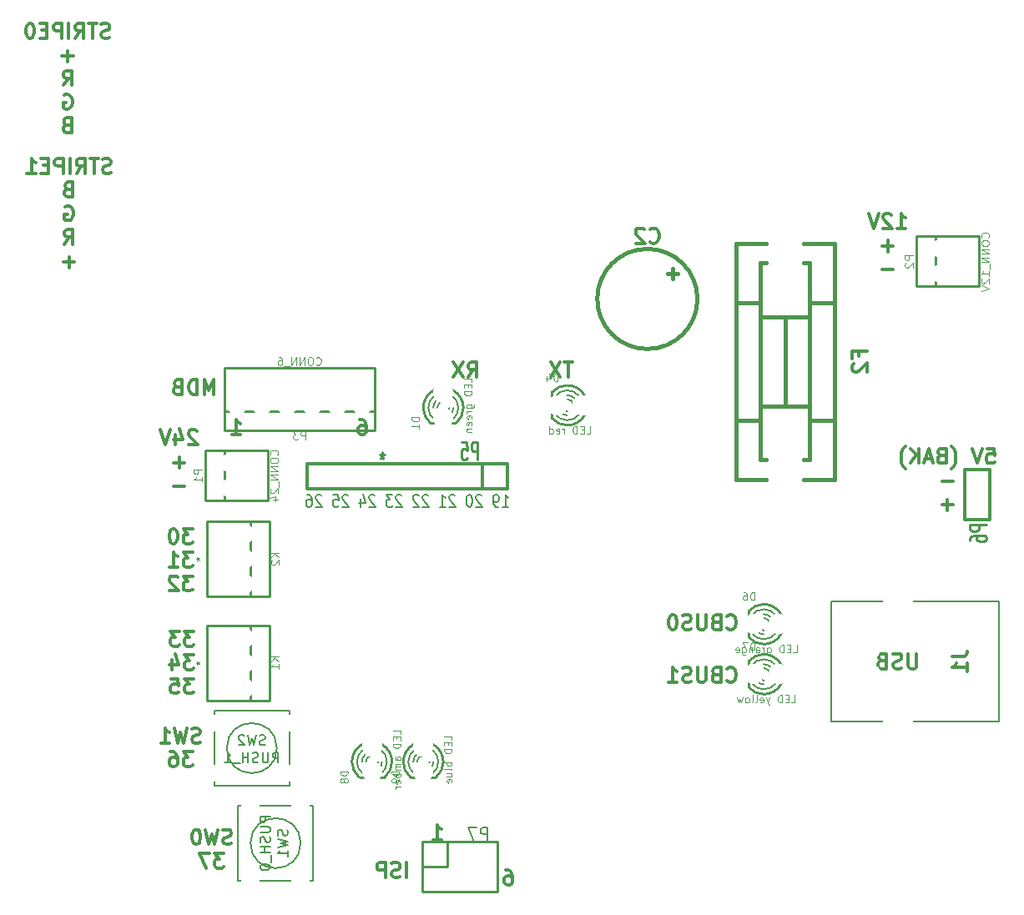
<source format=gbr>
G04 #@! TF.FileFunction,Legend,Bot*
%FSLAX46Y46*%
G04 Gerber Fmt 4.6, Leading zero omitted, Abs format (unit mm)*
G04 Created by KiCad (PCBNEW (2014-12-16 BZR 5324)-product) date Mo 26 Jan 2015 14:40:25 CET*
%MOMM*%
G01*
G04 APERTURE LIST*
%ADD10C,0.100000*%
%ADD11C,0.300000*%
%ADD12C,0.190500*%
%ADD13C,0.381000*%
%ADD14C,0.127000*%
%ADD15C,0.254000*%
%ADD16C,0.304800*%
%ADD17C,0.152400*%
%ADD18C,0.120000*%
%ADD19C,0.271780*%
%ADD20C,0.203200*%
%ADD21C,0.088900*%
%ADD22C,1.901140*%
%ADD23O,2.899360X4.400500*%
%ADD24C,1.924000*%
%ADD25C,3.100020*%
%ADD26O,3.414980X1.906220*%
%ADD27O,1.906220X3.414980*%
%ADD28R,1.797000X1.797000*%
%ADD29C,1.797000*%
%ADD30R,2.127200X2.127200*%
%ADD31O,2.127200X2.127200*%
%ADD32C,2.076400*%
%ADD33R,1.901140X1.901140*%
G04 APERTURE END LIST*
D10*
D11*
X104768685Y-86300571D02*
X105054399Y-86300571D01*
X105197256Y-86372000D01*
X105268685Y-86443429D01*
X105411542Y-86657714D01*
X105482971Y-86943429D01*
X105482971Y-87514857D01*
X105411542Y-87657714D01*
X105340114Y-87729143D01*
X105197256Y-87800571D01*
X104911542Y-87800571D01*
X104768685Y-87729143D01*
X104697256Y-87657714D01*
X104625828Y-87514857D01*
X104625828Y-87157714D01*
X104697256Y-87014857D01*
X104768685Y-86943429D01*
X104911542Y-86872000D01*
X105197256Y-86872000D01*
X105340114Y-86943429D01*
X105411542Y-87014857D01*
X105482971Y-87157714D01*
X91875028Y-87800571D02*
X92732171Y-87800571D01*
X92303599Y-87800571D02*
X92303599Y-86300571D01*
X92446456Y-86514857D01*
X92589314Y-86657714D01*
X92732171Y-86729143D01*
D12*
X119302589Y-95164124D02*
X119883160Y-95164124D01*
X119592874Y-95164124D02*
X119592874Y-93894124D01*
X119689636Y-94075552D01*
X119786398Y-94196505D01*
X119883160Y-94256981D01*
X118818779Y-95164124D02*
X118625255Y-95164124D01*
X118528494Y-95103648D01*
X118480113Y-95043171D01*
X118383351Y-94861743D01*
X118334970Y-94619838D01*
X118334970Y-94136029D01*
X118383351Y-94015076D01*
X118431732Y-93954600D01*
X118528494Y-93894124D01*
X118722017Y-93894124D01*
X118818779Y-93954600D01*
X118867160Y-94015076D01*
X118915541Y-94136029D01*
X118915541Y-94438410D01*
X118867160Y-94559362D01*
X118818779Y-94619838D01*
X118722017Y-94680314D01*
X118528494Y-94680314D01*
X118431732Y-94619838D01*
X118383351Y-94559362D01*
X118334970Y-94438410D01*
X117173827Y-94015076D02*
X117125446Y-93954600D01*
X117028684Y-93894124D01*
X116786780Y-93894124D01*
X116690018Y-93954600D01*
X116641637Y-94015076D01*
X116593256Y-94136029D01*
X116593256Y-94256981D01*
X116641637Y-94438410D01*
X117222208Y-95164124D01*
X116593256Y-95164124D01*
X115964303Y-93894124D02*
X115867542Y-93894124D01*
X115770780Y-93954600D01*
X115722399Y-94015076D01*
X115674018Y-94136029D01*
X115625637Y-94377933D01*
X115625637Y-94680314D01*
X115674018Y-94922219D01*
X115722399Y-95043171D01*
X115770780Y-95103648D01*
X115867542Y-95164124D01*
X115964303Y-95164124D01*
X116061065Y-95103648D01*
X116109446Y-95043171D01*
X116157827Y-94922219D01*
X116206208Y-94680314D01*
X116206208Y-94377933D01*
X116157827Y-94136029D01*
X116109446Y-94015076D01*
X116061065Y-93954600D01*
X115964303Y-93894124D01*
X114464494Y-94015076D02*
X114416113Y-93954600D01*
X114319351Y-93894124D01*
X114077447Y-93894124D01*
X113980685Y-93954600D01*
X113932304Y-94015076D01*
X113883923Y-94136029D01*
X113883923Y-94256981D01*
X113932304Y-94438410D01*
X114512875Y-95164124D01*
X113883923Y-95164124D01*
X112916304Y-95164124D02*
X113496875Y-95164124D01*
X113206589Y-95164124D02*
X113206589Y-93894124D01*
X113303351Y-94075552D01*
X113400113Y-94196505D01*
X113496875Y-94256981D01*
X111755161Y-94015076D02*
X111706780Y-93954600D01*
X111610018Y-93894124D01*
X111368114Y-93894124D01*
X111271352Y-93954600D01*
X111222971Y-94015076D01*
X111174590Y-94136029D01*
X111174590Y-94256981D01*
X111222971Y-94438410D01*
X111803542Y-95164124D01*
X111174590Y-95164124D01*
X110787542Y-94015076D02*
X110739161Y-93954600D01*
X110642399Y-93894124D01*
X110400495Y-93894124D01*
X110303733Y-93954600D01*
X110255352Y-94015076D01*
X110206971Y-94136029D01*
X110206971Y-94256981D01*
X110255352Y-94438410D01*
X110835923Y-95164124D01*
X110206971Y-95164124D01*
X109045828Y-94015076D02*
X108997447Y-93954600D01*
X108900685Y-93894124D01*
X108658781Y-93894124D01*
X108562019Y-93954600D01*
X108513638Y-94015076D01*
X108465257Y-94136029D01*
X108465257Y-94256981D01*
X108513638Y-94438410D01*
X109094209Y-95164124D01*
X108465257Y-95164124D01*
X108126590Y-93894124D02*
X107497638Y-93894124D01*
X107836304Y-94377933D01*
X107691162Y-94377933D01*
X107594400Y-94438410D01*
X107546019Y-94498886D01*
X107497638Y-94619838D01*
X107497638Y-94922219D01*
X107546019Y-95043171D01*
X107594400Y-95103648D01*
X107691162Y-95164124D01*
X107981447Y-95164124D01*
X108078209Y-95103648D01*
X108126590Y-95043171D01*
X106336495Y-94015076D02*
X106288114Y-93954600D01*
X106191352Y-93894124D01*
X105949448Y-93894124D01*
X105852686Y-93954600D01*
X105804305Y-94015076D01*
X105755924Y-94136029D01*
X105755924Y-94256981D01*
X105804305Y-94438410D01*
X106384876Y-95164124D01*
X105755924Y-95164124D01*
X104885067Y-94317457D02*
X104885067Y-95164124D01*
X105126971Y-93833648D02*
X105368876Y-94740790D01*
X104739924Y-94740790D01*
X103627162Y-94015076D02*
X103578781Y-93954600D01*
X103482019Y-93894124D01*
X103240115Y-93894124D01*
X103143353Y-93954600D01*
X103094972Y-94015076D01*
X103046591Y-94136029D01*
X103046591Y-94256981D01*
X103094972Y-94438410D01*
X103675543Y-95164124D01*
X103046591Y-95164124D01*
X102127353Y-93894124D02*
X102611162Y-93894124D01*
X102659543Y-94498886D01*
X102611162Y-94438410D01*
X102514400Y-94377933D01*
X102272496Y-94377933D01*
X102175734Y-94438410D01*
X102127353Y-94498886D01*
X102078972Y-94619838D01*
X102078972Y-94922219D01*
X102127353Y-95043171D01*
X102175734Y-95103648D01*
X102272496Y-95164124D01*
X102514400Y-95164124D01*
X102611162Y-95103648D01*
X102659543Y-95043171D01*
X100917829Y-94015076D02*
X100869448Y-93954600D01*
X100772686Y-93894124D01*
X100530782Y-93894124D01*
X100434020Y-93954600D01*
X100385639Y-94015076D01*
X100337258Y-94136029D01*
X100337258Y-94256981D01*
X100385639Y-94438410D01*
X100966210Y-95164124D01*
X100337258Y-95164124D01*
X99466401Y-93894124D02*
X99659924Y-93894124D01*
X99756686Y-93954600D01*
X99805067Y-94015076D01*
X99901829Y-94196505D01*
X99950210Y-94438410D01*
X99950210Y-94922219D01*
X99901829Y-95043171D01*
X99853448Y-95103648D01*
X99756686Y-95164124D01*
X99563163Y-95164124D01*
X99466401Y-95103648D01*
X99418020Y-95043171D01*
X99369639Y-94922219D01*
X99369639Y-94619838D01*
X99418020Y-94498886D01*
X99466401Y-94438410D01*
X99563163Y-94377933D01*
X99756686Y-94377933D01*
X99853448Y-94438410D01*
X99901829Y-94498886D01*
X99950210Y-94619838D01*
D11*
X119602285Y-132020571D02*
X119887999Y-132020571D01*
X120030856Y-132092000D01*
X120102285Y-132163429D01*
X120245142Y-132377714D01*
X120316571Y-132663429D01*
X120316571Y-133234857D01*
X120245142Y-133377714D01*
X120173714Y-133449143D01*
X120030856Y-133520571D01*
X119745142Y-133520571D01*
X119602285Y-133449143D01*
X119530856Y-133377714D01*
X119459428Y-133234857D01*
X119459428Y-132877714D01*
X119530856Y-132734857D01*
X119602285Y-132663429D01*
X119745142Y-132592000D01*
X120030856Y-132592000D01*
X120173714Y-132663429D01*
X120245142Y-132734857D01*
X120316571Y-132877714D01*
X112220428Y-128948571D02*
X113077571Y-128948571D01*
X112648999Y-128948571D02*
X112648999Y-127448571D01*
X112791856Y-127662857D01*
X112934714Y-127805714D01*
X113077571Y-127877143D01*
X142072999Y-112803714D02*
X142144428Y-112875143D01*
X142358714Y-112946571D01*
X142501571Y-112946571D01*
X142715856Y-112875143D01*
X142858714Y-112732286D01*
X142930142Y-112589429D01*
X143001571Y-112303714D01*
X143001571Y-112089429D01*
X142930142Y-111803714D01*
X142858714Y-111660857D01*
X142715856Y-111518000D01*
X142501571Y-111446571D01*
X142358714Y-111446571D01*
X142144428Y-111518000D01*
X142072999Y-111589429D01*
X140930142Y-112160857D02*
X140715856Y-112232286D01*
X140644428Y-112303714D01*
X140572999Y-112446571D01*
X140572999Y-112660857D01*
X140644428Y-112803714D01*
X140715856Y-112875143D01*
X140858714Y-112946571D01*
X141430142Y-112946571D01*
X141430142Y-111446571D01*
X140930142Y-111446571D01*
X140787285Y-111518000D01*
X140715856Y-111589429D01*
X140644428Y-111732286D01*
X140644428Y-111875143D01*
X140715856Y-112018000D01*
X140787285Y-112089429D01*
X140930142Y-112160857D01*
X141430142Y-112160857D01*
X139930142Y-111446571D02*
X139930142Y-112660857D01*
X139858714Y-112803714D01*
X139787285Y-112875143D01*
X139644428Y-112946571D01*
X139358714Y-112946571D01*
X139215856Y-112875143D01*
X139144428Y-112803714D01*
X139072999Y-112660857D01*
X139072999Y-111446571D01*
X138430142Y-112875143D02*
X138215856Y-112946571D01*
X137858713Y-112946571D01*
X137715856Y-112875143D01*
X137644427Y-112803714D01*
X137572999Y-112660857D01*
X137572999Y-112518000D01*
X137644427Y-112375143D01*
X137715856Y-112303714D01*
X137858713Y-112232286D01*
X138144427Y-112160857D01*
X138287285Y-112089429D01*
X138358713Y-112018000D01*
X138430142Y-111875143D01*
X138430142Y-111732286D01*
X138358713Y-111589429D01*
X138287285Y-111518000D01*
X138144427Y-111446571D01*
X137787285Y-111446571D01*
X137572999Y-111518000D01*
X136144428Y-112946571D02*
X137001571Y-112946571D01*
X136572999Y-112946571D02*
X136572999Y-111446571D01*
X136715856Y-111660857D01*
X136858714Y-111803714D01*
X137001571Y-111875143D01*
X142072999Y-107469714D02*
X142144428Y-107541143D01*
X142358714Y-107612571D01*
X142501571Y-107612571D01*
X142715856Y-107541143D01*
X142858714Y-107398286D01*
X142930142Y-107255429D01*
X143001571Y-106969714D01*
X143001571Y-106755429D01*
X142930142Y-106469714D01*
X142858714Y-106326857D01*
X142715856Y-106184000D01*
X142501571Y-106112571D01*
X142358714Y-106112571D01*
X142144428Y-106184000D01*
X142072999Y-106255429D01*
X140930142Y-106826857D02*
X140715856Y-106898286D01*
X140644428Y-106969714D01*
X140572999Y-107112571D01*
X140572999Y-107326857D01*
X140644428Y-107469714D01*
X140715856Y-107541143D01*
X140858714Y-107612571D01*
X141430142Y-107612571D01*
X141430142Y-106112571D01*
X140930142Y-106112571D01*
X140787285Y-106184000D01*
X140715856Y-106255429D01*
X140644428Y-106398286D01*
X140644428Y-106541143D01*
X140715856Y-106684000D01*
X140787285Y-106755429D01*
X140930142Y-106826857D01*
X141430142Y-106826857D01*
X139930142Y-106112571D02*
X139930142Y-107326857D01*
X139858714Y-107469714D01*
X139787285Y-107541143D01*
X139644428Y-107612571D01*
X139358714Y-107612571D01*
X139215856Y-107541143D01*
X139144428Y-107469714D01*
X139072999Y-107326857D01*
X139072999Y-106112571D01*
X138430142Y-107541143D02*
X138215856Y-107612571D01*
X137858713Y-107612571D01*
X137715856Y-107541143D01*
X137644427Y-107469714D01*
X137572999Y-107326857D01*
X137572999Y-107184000D01*
X137644427Y-107041143D01*
X137715856Y-106969714D01*
X137858713Y-106898286D01*
X138144427Y-106826857D01*
X138287285Y-106755429D01*
X138358713Y-106684000D01*
X138430142Y-106541143D01*
X138430142Y-106398286D01*
X138358713Y-106255429D01*
X138287285Y-106184000D01*
X138144427Y-106112571D01*
X137787285Y-106112571D01*
X137572999Y-106184000D01*
X136644428Y-106112571D02*
X136501571Y-106112571D01*
X136358714Y-106184000D01*
X136287285Y-106255429D01*
X136215856Y-106398286D01*
X136144428Y-106684000D01*
X136144428Y-107041143D01*
X136215856Y-107326857D01*
X136287285Y-107469714D01*
X136358714Y-107541143D01*
X136501571Y-107612571D01*
X136644428Y-107612571D01*
X136787285Y-107541143D01*
X136858714Y-107469714D01*
X136930142Y-107326857D01*
X137001571Y-107041143D01*
X137001571Y-106684000D01*
X136930142Y-106398286D01*
X136858714Y-106255429D01*
X136787285Y-106184000D01*
X136644428Y-106112571D01*
X115819999Y-81958571D02*
X116319999Y-81244286D01*
X116677142Y-81958571D02*
X116677142Y-80458571D01*
X116105714Y-80458571D01*
X115962856Y-80530000D01*
X115891428Y-80601429D01*
X115819999Y-80744286D01*
X115819999Y-80958571D01*
X115891428Y-81101429D01*
X115962856Y-81172857D01*
X116105714Y-81244286D01*
X116677142Y-81244286D01*
X115319999Y-80458571D02*
X114319999Y-81958571D01*
X114319999Y-80458571D02*
X115319999Y-81958571D01*
X126364857Y-80458571D02*
X125507714Y-80458571D01*
X125936285Y-81958571D02*
X125936285Y-80458571D01*
X125150571Y-80458571D02*
X124150571Y-81958571D01*
X124150571Y-80458571D02*
X125150571Y-81958571D01*
X91789000Y-129328143D02*
X91574714Y-129399571D01*
X91217571Y-129399571D01*
X91074714Y-129328143D01*
X91003285Y-129256714D01*
X90931857Y-129113857D01*
X90931857Y-128971000D01*
X91003285Y-128828143D01*
X91074714Y-128756714D01*
X91217571Y-128685286D01*
X91503285Y-128613857D01*
X91646143Y-128542429D01*
X91717571Y-128471000D01*
X91789000Y-128328143D01*
X91789000Y-128185286D01*
X91717571Y-128042429D01*
X91646143Y-127971000D01*
X91503285Y-127899571D01*
X91146143Y-127899571D01*
X90931857Y-127971000D01*
X90431857Y-127899571D02*
X90074714Y-129399571D01*
X89789000Y-128328143D01*
X89503286Y-129399571D01*
X89146143Y-127899571D01*
X88289000Y-127899571D02*
X88146143Y-127899571D01*
X88003286Y-127971000D01*
X87931857Y-128042429D01*
X87860428Y-128185286D01*
X87789000Y-128471000D01*
X87789000Y-128828143D01*
X87860428Y-129113857D01*
X87931857Y-129256714D01*
X88003286Y-129328143D01*
X88146143Y-129399571D01*
X88289000Y-129399571D01*
X88431857Y-129328143D01*
X88503286Y-129256714D01*
X88574714Y-129113857D01*
X88646143Y-128828143D01*
X88646143Y-128471000D01*
X88574714Y-128185286D01*
X88503286Y-128042429D01*
X88431857Y-127971000D01*
X88289000Y-127899571D01*
X91003285Y-130299571D02*
X90074714Y-130299571D01*
X90574714Y-130871000D01*
X90360428Y-130871000D01*
X90217571Y-130942429D01*
X90146142Y-131013857D01*
X90074714Y-131156714D01*
X90074714Y-131513857D01*
X90146142Y-131656714D01*
X90217571Y-131728143D01*
X90360428Y-131799571D01*
X90789000Y-131799571D01*
X90931857Y-131728143D01*
X91003285Y-131656714D01*
X89574714Y-130299571D02*
X88574714Y-130299571D01*
X89217571Y-131799571D01*
X88614000Y-119041143D02*
X88399714Y-119112571D01*
X88042571Y-119112571D01*
X87899714Y-119041143D01*
X87828285Y-118969714D01*
X87756857Y-118826857D01*
X87756857Y-118684000D01*
X87828285Y-118541143D01*
X87899714Y-118469714D01*
X88042571Y-118398286D01*
X88328285Y-118326857D01*
X88471143Y-118255429D01*
X88542571Y-118184000D01*
X88614000Y-118041143D01*
X88614000Y-117898286D01*
X88542571Y-117755429D01*
X88471143Y-117684000D01*
X88328285Y-117612571D01*
X87971143Y-117612571D01*
X87756857Y-117684000D01*
X87256857Y-117612571D02*
X86899714Y-119112571D01*
X86614000Y-118041143D01*
X86328286Y-119112571D01*
X85971143Y-117612571D01*
X84614000Y-119112571D02*
X85471143Y-119112571D01*
X85042571Y-119112571D02*
X85042571Y-117612571D01*
X85185428Y-117826857D01*
X85328286Y-117969714D01*
X85471143Y-118041143D01*
X87828285Y-120012571D02*
X86899714Y-120012571D01*
X87399714Y-120584000D01*
X87185428Y-120584000D01*
X87042571Y-120655429D01*
X86971142Y-120726857D01*
X86899714Y-120869714D01*
X86899714Y-121226857D01*
X86971142Y-121369714D01*
X87042571Y-121441143D01*
X87185428Y-121512571D01*
X87614000Y-121512571D01*
X87756857Y-121441143D01*
X87828285Y-121369714D01*
X85614000Y-120012571D02*
X85899714Y-120012571D01*
X86042571Y-120084000D01*
X86114000Y-120155429D01*
X86256857Y-120369714D01*
X86328286Y-120655429D01*
X86328286Y-121226857D01*
X86256857Y-121369714D01*
X86185429Y-121441143D01*
X86042571Y-121512571D01*
X85756857Y-121512571D01*
X85614000Y-121441143D01*
X85542571Y-121369714D01*
X85471143Y-121226857D01*
X85471143Y-120869714D01*
X85542571Y-120726857D01*
X85614000Y-120655429D01*
X85756857Y-120584000D01*
X86042571Y-120584000D01*
X86185429Y-120655429D01*
X86256857Y-120726857D01*
X86328286Y-120869714D01*
X87955285Y-107776571D02*
X87026714Y-107776571D01*
X87526714Y-108348000D01*
X87312428Y-108348000D01*
X87169571Y-108419429D01*
X87098142Y-108490857D01*
X87026714Y-108633714D01*
X87026714Y-108990857D01*
X87098142Y-109133714D01*
X87169571Y-109205143D01*
X87312428Y-109276571D01*
X87741000Y-109276571D01*
X87883857Y-109205143D01*
X87955285Y-109133714D01*
X86526714Y-107776571D02*
X85598143Y-107776571D01*
X86098143Y-108348000D01*
X85883857Y-108348000D01*
X85741000Y-108419429D01*
X85669571Y-108490857D01*
X85598143Y-108633714D01*
X85598143Y-108990857D01*
X85669571Y-109133714D01*
X85741000Y-109205143D01*
X85883857Y-109276571D01*
X86312429Y-109276571D01*
X86455286Y-109205143D01*
X86526714Y-109133714D01*
X87955285Y-110176571D02*
X87026714Y-110176571D01*
X87526714Y-110748000D01*
X87312428Y-110748000D01*
X87169571Y-110819429D01*
X87098142Y-110890857D01*
X87026714Y-111033714D01*
X87026714Y-111390857D01*
X87098142Y-111533714D01*
X87169571Y-111605143D01*
X87312428Y-111676571D01*
X87741000Y-111676571D01*
X87883857Y-111605143D01*
X87955285Y-111533714D01*
X85741000Y-110676571D02*
X85741000Y-111676571D01*
X86098143Y-110105143D02*
X86455286Y-111176571D01*
X85526714Y-111176571D01*
X87955285Y-112576571D02*
X87026714Y-112576571D01*
X87526714Y-113148000D01*
X87312428Y-113148000D01*
X87169571Y-113219429D01*
X87098142Y-113290857D01*
X87026714Y-113433714D01*
X87026714Y-113790857D01*
X87098142Y-113933714D01*
X87169571Y-114005143D01*
X87312428Y-114076571D01*
X87741000Y-114076571D01*
X87883857Y-114005143D01*
X87955285Y-113933714D01*
X85669571Y-112576571D02*
X86383857Y-112576571D01*
X86455286Y-113290857D01*
X86383857Y-113219429D01*
X86241000Y-113148000D01*
X85883857Y-113148000D01*
X85741000Y-113219429D01*
X85669571Y-113290857D01*
X85598143Y-113433714D01*
X85598143Y-113790857D01*
X85669571Y-113933714D01*
X85741000Y-114005143D01*
X85883857Y-114076571D01*
X86241000Y-114076571D01*
X86383857Y-114005143D01*
X86455286Y-113933714D01*
X87828285Y-97362571D02*
X86899714Y-97362571D01*
X87399714Y-97934000D01*
X87185428Y-97934000D01*
X87042571Y-98005429D01*
X86971142Y-98076857D01*
X86899714Y-98219714D01*
X86899714Y-98576857D01*
X86971142Y-98719714D01*
X87042571Y-98791143D01*
X87185428Y-98862571D01*
X87614000Y-98862571D01*
X87756857Y-98791143D01*
X87828285Y-98719714D01*
X85971143Y-97362571D02*
X85828286Y-97362571D01*
X85685429Y-97434000D01*
X85614000Y-97505429D01*
X85542571Y-97648286D01*
X85471143Y-97934000D01*
X85471143Y-98291143D01*
X85542571Y-98576857D01*
X85614000Y-98719714D01*
X85685429Y-98791143D01*
X85828286Y-98862571D01*
X85971143Y-98862571D01*
X86114000Y-98791143D01*
X86185429Y-98719714D01*
X86256857Y-98576857D01*
X86328286Y-98291143D01*
X86328286Y-97934000D01*
X86256857Y-97648286D01*
X86185429Y-97505429D01*
X86114000Y-97434000D01*
X85971143Y-97362571D01*
X87828285Y-99762571D02*
X86899714Y-99762571D01*
X87399714Y-100334000D01*
X87185428Y-100334000D01*
X87042571Y-100405429D01*
X86971142Y-100476857D01*
X86899714Y-100619714D01*
X86899714Y-100976857D01*
X86971142Y-101119714D01*
X87042571Y-101191143D01*
X87185428Y-101262571D01*
X87614000Y-101262571D01*
X87756857Y-101191143D01*
X87828285Y-101119714D01*
X85471143Y-101262571D02*
X86328286Y-101262571D01*
X85899714Y-101262571D02*
X85899714Y-99762571D01*
X86042571Y-99976857D01*
X86185429Y-100119714D01*
X86328286Y-100191143D01*
X87828285Y-102162571D02*
X86899714Y-102162571D01*
X87399714Y-102734000D01*
X87185428Y-102734000D01*
X87042571Y-102805429D01*
X86971142Y-102876857D01*
X86899714Y-103019714D01*
X86899714Y-103376857D01*
X86971142Y-103519714D01*
X87042571Y-103591143D01*
X87185428Y-103662571D01*
X87614000Y-103662571D01*
X87756857Y-103591143D01*
X87828285Y-103519714D01*
X86328286Y-102305429D02*
X86256857Y-102234000D01*
X86114000Y-102162571D01*
X85756857Y-102162571D01*
X85614000Y-102234000D01*
X85542571Y-102305429D01*
X85471143Y-102448286D01*
X85471143Y-102591143D01*
X85542571Y-102805429D01*
X86399714Y-103662571D01*
X85471143Y-103662571D01*
X79561000Y-61212143D02*
X79346714Y-61283571D01*
X78989571Y-61283571D01*
X78846714Y-61212143D01*
X78775285Y-61140714D01*
X78703857Y-60997857D01*
X78703857Y-60855000D01*
X78775285Y-60712143D01*
X78846714Y-60640714D01*
X78989571Y-60569286D01*
X79275285Y-60497857D01*
X79418143Y-60426429D01*
X79489571Y-60355000D01*
X79561000Y-60212143D01*
X79561000Y-60069286D01*
X79489571Y-59926429D01*
X79418143Y-59855000D01*
X79275285Y-59783571D01*
X78918143Y-59783571D01*
X78703857Y-59855000D01*
X78275286Y-59783571D02*
X77418143Y-59783571D01*
X77846714Y-61283571D02*
X77846714Y-59783571D01*
X76061000Y-61283571D02*
X76561000Y-60569286D01*
X76918143Y-61283571D02*
X76918143Y-59783571D01*
X76346715Y-59783571D01*
X76203857Y-59855000D01*
X76132429Y-59926429D01*
X76061000Y-60069286D01*
X76061000Y-60283571D01*
X76132429Y-60426429D01*
X76203857Y-60497857D01*
X76346715Y-60569286D01*
X76918143Y-60569286D01*
X75418143Y-61283571D02*
X75418143Y-59783571D01*
X74703857Y-61283571D02*
X74703857Y-59783571D01*
X74132429Y-59783571D01*
X73989571Y-59855000D01*
X73918143Y-59926429D01*
X73846714Y-60069286D01*
X73846714Y-60283571D01*
X73918143Y-60426429D01*
X73989571Y-60497857D01*
X74132429Y-60569286D01*
X74703857Y-60569286D01*
X73203857Y-60497857D02*
X72703857Y-60497857D01*
X72489571Y-61283571D02*
X73203857Y-61283571D01*
X73203857Y-59783571D01*
X72489571Y-59783571D01*
X71061000Y-61283571D02*
X71918143Y-61283571D01*
X71489571Y-61283571D02*
X71489571Y-59783571D01*
X71632428Y-59997857D01*
X71775286Y-60140714D01*
X71918143Y-60212143D01*
X75203857Y-62897857D02*
X74989571Y-62969286D01*
X74918143Y-63040714D01*
X74846714Y-63183571D01*
X74846714Y-63397857D01*
X74918143Y-63540714D01*
X74989571Y-63612143D01*
X75132429Y-63683571D01*
X75703857Y-63683571D01*
X75703857Y-62183571D01*
X75203857Y-62183571D01*
X75061000Y-62255000D01*
X74989571Y-62326429D01*
X74918143Y-62469286D01*
X74918143Y-62612143D01*
X74989571Y-62755000D01*
X75061000Y-62826429D01*
X75203857Y-62897857D01*
X75703857Y-62897857D01*
X74918143Y-64655000D02*
X75061000Y-64583571D01*
X75275286Y-64583571D01*
X75489571Y-64655000D01*
X75632429Y-64797857D01*
X75703857Y-64940714D01*
X75775286Y-65226429D01*
X75775286Y-65440714D01*
X75703857Y-65726429D01*
X75632429Y-65869286D01*
X75489571Y-66012143D01*
X75275286Y-66083571D01*
X75132429Y-66083571D01*
X74918143Y-66012143D01*
X74846714Y-65940714D01*
X74846714Y-65440714D01*
X75132429Y-65440714D01*
X74846714Y-68483571D02*
X75346714Y-67769286D01*
X75703857Y-68483571D02*
X75703857Y-66983571D01*
X75132429Y-66983571D01*
X74989571Y-67055000D01*
X74918143Y-67126429D01*
X74846714Y-67269286D01*
X74846714Y-67483571D01*
X74918143Y-67626429D01*
X74989571Y-67697857D01*
X75132429Y-67769286D01*
X75703857Y-67769286D01*
X75882428Y-70312143D02*
X74739571Y-70312143D01*
X75311000Y-70883571D02*
X75311000Y-69740714D01*
X79434000Y-47496143D02*
X79219714Y-47567571D01*
X78862571Y-47567571D01*
X78719714Y-47496143D01*
X78648285Y-47424714D01*
X78576857Y-47281857D01*
X78576857Y-47139000D01*
X78648285Y-46996143D01*
X78719714Y-46924714D01*
X78862571Y-46853286D01*
X79148285Y-46781857D01*
X79291143Y-46710429D01*
X79362571Y-46639000D01*
X79434000Y-46496143D01*
X79434000Y-46353286D01*
X79362571Y-46210429D01*
X79291143Y-46139000D01*
X79148285Y-46067571D01*
X78791143Y-46067571D01*
X78576857Y-46139000D01*
X78148286Y-46067571D02*
X77291143Y-46067571D01*
X77719714Y-47567571D02*
X77719714Y-46067571D01*
X75934000Y-47567571D02*
X76434000Y-46853286D01*
X76791143Y-47567571D02*
X76791143Y-46067571D01*
X76219715Y-46067571D01*
X76076857Y-46139000D01*
X76005429Y-46210429D01*
X75934000Y-46353286D01*
X75934000Y-46567571D01*
X76005429Y-46710429D01*
X76076857Y-46781857D01*
X76219715Y-46853286D01*
X76791143Y-46853286D01*
X75291143Y-47567571D02*
X75291143Y-46067571D01*
X74576857Y-47567571D02*
X74576857Y-46067571D01*
X74005429Y-46067571D01*
X73862571Y-46139000D01*
X73791143Y-46210429D01*
X73719714Y-46353286D01*
X73719714Y-46567571D01*
X73791143Y-46710429D01*
X73862571Y-46781857D01*
X74005429Y-46853286D01*
X74576857Y-46853286D01*
X73076857Y-46781857D02*
X72576857Y-46781857D01*
X72362571Y-47567571D02*
X73076857Y-47567571D01*
X73076857Y-46067571D01*
X72362571Y-46067571D01*
X71434000Y-46067571D02*
X71291143Y-46067571D01*
X71148286Y-46139000D01*
X71076857Y-46210429D01*
X71005428Y-46353286D01*
X70934000Y-46639000D01*
X70934000Y-46996143D01*
X71005428Y-47281857D01*
X71076857Y-47424714D01*
X71148286Y-47496143D01*
X71291143Y-47567571D01*
X71434000Y-47567571D01*
X71576857Y-47496143D01*
X71648286Y-47424714D01*
X71719714Y-47281857D01*
X71791143Y-46996143D01*
X71791143Y-46639000D01*
X71719714Y-46353286D01*
X71648286Y-46210429D01*
X71576857Y-46139000D01*
X71434000Y-46067571D01*
X75755428Y-49396143D02*
X74612571Y-49396143D01*
X75184000Y-49967571D02*
X75184000Y-48824714D01*
X74719714Y-52367571D02*
X75219714Y-51653286D01*
X75576857Y-52367571D02*
X75576857Y-50867571D01*
X75005429Y-50867571D01*
X74862571Y-50939000D01*
X74791143Y-51010429D01*
X74719714Y-51153286D01*
X74719714Y-51367571D01*
X74791143Y-51510429D01*
X74862571Y-51581857D01*
X75005429Y-51653286D01*
X75576857Y-51653286D01*
X74791143Y-53339000D02*
X74934000Y-53267571D01*
X75148286Y-53267571D01*
X75362571Y-53339000D01*
X75505429Y-53481857D01*
X75576857Y-53624714D01*
X75648286Y-53910429D01*
X75648286Y-54124714D01*
X75576857Y-54410429D01*
X75505429Y-54553286D01*
X75362571Y-54696143D01*
X75148286Y-54767571D01*
X75005429Y-54767571D01*
X74791143Y-54696143D01*
X74719714Y-54624714D01*
X74719714Y-54124714D01*
X75005429Y-54124714D01*
X75076857Y-56381857D02*
X74862571Y-56453286D01*
X74791143Y-56524714D01*
X74719714Y-56667571D01*
X74719714Y-56881857D01*
X74791143Y-57024714D01*
X74862571Y-57096143D01*
X75005429Y-57167571D01*
X75576857Y-57167571D01*
X75576857Y-55667571D01*
X75076857Y-55667571D01*
X74934000Y-55739000D01*
X74862571Y-55810429D01*
X74791143Y-55953286D01*
X74791143Y-56096143D01*
X74862571Y-56239000D01*
X74934000Y-56310429D01*
X75076857Y-56381857D01*
X75576857Y-56381857D01*
X90011000Y-83736571D02*
X90011000Y-82236571D01*
X89511000Y-83308000D01*
X89011000Y-82236571D01*
X89011000Y-83736571D01*
X88296714Y-83736571D02*
X88296714Y-82236571D01*
X87939571Y-82236571D01*
X87725286Y-82308000D01*
X87582428Y-82450857D01*
X87511000Y-82593714D01*
X87439571Y-82879429D01*
X87439571Y-83093714D01*
X87511000Y-83379429D01*
X87582428Y-83522286D01*
X87725286Y-83665143D01*
X87939571Y-83736571D01*
X88296714Y-83736571D01*
X86296714Y-82950857D02*
X86082428Y-83022286D01*
X86011000Y-83093714D01*
X85939571Y-83236571D01*
X85939571Y-83450857D01*
X86011000Y-83593714D01*
X86082428Y-83665143D01*
X86225286Y-83736571D01*
X86796714Y-83736571D01*
X86796714Y-82236571D01*
X86296714Y-82236571D01*
X86153857Y-82308000D01*
X86082428Y-82379429D01*
X86011000Y-82522286D01*
X86011000Y-82665143D01*
X86082428Y-82808000D01*
X86153857Y-82879429D01*
X86296714Y-82950857D01*
X86796714Y-82950857D01*
X88272714Y-87472429D02*
X88201285Y-87401000D01*
X88058428Y-87329571D01*
X87701285Y-87329571D01*
X87558428Y-87401000D01*
X87486999Y-87472429D01*
X87415571Y-87615286D01*
X87415571Y-87758143D01*
X87486999Y-87972429D01*
X88344142Y-88829571D01*
X87415571Y-88829571D01*
X86129857Y-87829571D02*
X86129857Y-88829571D01*
X86487000Y-87258143D02*
X86844143Y-88329571D01*
X85915571Y-88329571D01*
X85558429Y-87329571D02*
X85058429Y-88829571D01*
X84558429Y-87329571D01*
X87058428Y-90658143D02*
X85915571Y-90658143D01*
X86487000Y-91229571D02*
X86487000Y-90086714D01*
X87058428Y-93058143D02*
X85915571Y-93058143D01*
X109541285Y-132758571D02*
X109541285Y-131258571D01*
X108898428Y-132687143D02*
X108684142Y-132758571D01*
X108326999Y-132758571D01*
X108184142Y-132687143D01*
X108112713Y-132615714D01*
X108041285Y-132472857D01*
X108041285Y-132330000D01*
X108112713Y-132187143D01*
X108184142Y-132115714D01*
X108326999Y-132044286D01*
X108612713Y-131972857D01*
X108755571Y-131901429D01*
X108826999Y-131830000D01*
X108898428Y-131687143D01*
X108898428Y-131544286D01*
X108826999Y-131401429D01*
X108755571Y-131330000D01*
X108612713Y-131258571D01*
X108255571Y-131258571D01*
X108041285Y-131330000D01*
X107398428Y-132758571D02*
X107398428Y-131258571D01*
X106827000Y-131258571D01*
X106684142Y-131330000D01*
X106612714Y-131401429D01*
X106541285Y-131544286D01*
X106541285Y-131758571D01*
X106612714Y-131901429D01*
X106684142Y-131972857D01*
X106827000Y-132044286D01*
X107398428Y-132044286D01*
X168433999Y-89218571D02*
X169148285Y-89218571D01*
X169219714Y-89932857D01*
X169148285Y-89861429D01*
X169005428Y-89790000D01*
X168648285Y-89790000D01*
X168505428Y-89861429D01*
X168433999Y-89932857D01*
X168362571Y-90075714D01*
X168362571Y-90432857D01*
X168433999Y-90575714D01*
X168505428Y-90647143D01*
X168648285Y-90718571D01*
X169005428Y-90718571D01*
X169148285Y-90647143D01*
X169219714Y-90575714D01*
X167934000Y-89218571D02*
X167434000Y-90718571D01*
X166934000Y-89218571D01*
X164862572Y-91290000D02*
X164934000Y-91218571D01*
X165076857Y-91004286D01*
X165148286Y-90861429D01*
X165219715Y-90647143D01*
X165291143Y-90290000D01*
X165291143Y-90004286D01*
X165219715Y-89647143D01*
X165148286Y-89432857D01*
X165076857Y-89290000D01*
X164934000Y-89075714D01*
X164862572Y-89004286D01*
X163791143Y-89932857D02*
X163576857Y-90004286D01*
X163505429Y-90075714D01*
X163434000Y-90218571D01*
X163434000Y-90432857D01*
X163505429Y-90575714D01*
X163576857Y-90647143D01*
X163719715Y-90718571D01*
X164291143Y-90718571D01*
X164291143Y-89218571D01*
X163791143Y-89218571D01*
X163648286Y-89290000D01*
X163576857Y-89361429D01*
X163505429Y-89504286D01*
X163505429Y-89647143D01*
X163576857Y-89790000D01*
X163648286Y-89861429D01*
X163791143Y-89932857D01*
X164291143Y-89932857D01*
X162862572Y-90290000D02*
X162148286Y-90290000D01*
X163005429Y-90718571D02*
X162505429Y-89218571D01*
X162005429Y-90718571D01*
X161505429Y-90718571D02*
X161505429Y-89218571D01*
X160648286Y-90718571D02*
X161291143Y-89861429D01*
X160648286Y-89218571D02*
X161505429Y-90075714D01*
X160148286Y-91290000D02*
X160076858Y-91218571D01*
X159934001Y-91004286D01*
X159862572Y-90861429D01*
X159791143Y-90647143D01*
X159719715Y-90290000D01*
X159719715Y-90004286D01*
X159791143Y-89647143D01*
X159862572Y-89432857D01*
X159934001Y-89290000D01*
X160076858Y-89075714D01*
X160148286Y-89004286D01*
X165005428Y-92547143D02*
X163862571Y-92547143D01*
X165005428Y-94947143D02*
X163862571Y-94947143D01*
X164434000Y-95518571D02*
X164434000Y-94375714D01*
X159297571Y-66858571D02*
X160154714Y-66858571D01*
X159726142Y-66858571D02*
X159726142Y-65358571D01*
X159868999Y-65572857D01*
X160011857Y-65715714D01*
X160154714Y-65787143D01*
X158726143Y-65501429D02*
X158654714Y-65430000D01*
X158511857Y-65358571D01*
X158154714Y-65358571D01*
X158011857Y-65430000D01*
X157940428Y-65501429D01*
X157869000Y-65644286D01*
X157869000Y-65787143D01*
X157940428Y-66001429D01*
X158797571Y-66858571D01*
X157869000Y-66858571D01*
X157440429Y-65358571D02*
X156940429Y-66858571D01*
X156440429Y-65358571D01*
X158940428Y-68687143D02*
X157797571Y-68687143D01*
X158369000Y-69258571D02*
X158369000Y-68115714D01*
X158940428Y-71087143D02*
X157797571Y-71087143D01*
D13*
X136525000Y-70993000D02*
X136525000Y-72009000D01*
X137033000Y-71501000D02*
X136017000Y-71501000D01*
X139065000Y-74041000D02*
G75*
G03X139065000Y-74041000I-5080000J0D01*
G01*
X150454360Y-86390480D02*
X152956260Y-86390480D01*
X142953740Y-86390480D02*
X145455640Y-86390480D01*
X142953740Y-74391520D02*
X145455640Y-74391520D01*
X152956260Y-74391520D02*
X150454360Y-74391520D01*
X147955000Y-84891880D02*
X147955000Y-75890120D01*
X150454360Y-84891880D02*
X145455640Y-84891880D01*
X150454360Y-75890120D02*
X145455640Y-75890120D01*
X149854920Y-70391020D02*
X150454360Y-70391020D01*
X146055080Y-90390980D02*
X145455640Y-90390980D01*
X145455640Y-90390980D02*
X145455640Y-70391020D01*
X145455640Y-70391020D02*
X146055080Y-70391020D01*
X150454360Y-70391020D02*
X150454360Y-90390980D01*
X150454360Y-90390980D02*
X149854920Y-90390980D01*
X149854920Y-68392040D02*
X152956260Y-68392040D01*
X146055080Y-92389960D02*
X142953740Y-92389960D01*
X142953740Y-92389960D02*
X142953740Y-68392040D01*
X142953740Y-68392040D02*
X146055080Y-68392040D01*
X152956260Y-68392040D02*
X152956260Y-92389960D01*
X152956260Y-92389960D02*
X149854920Y-92389960D01*
D14*
X169672000Y-104775000D02*
X169672000Y-116967000D01*
X169672000Y-116967000D02*
X152654000Y-116967000D01*
X152654000Y-116967000D02*
X152654000Y-104775000D01*
X152654000Y-104775000D02*
X169672000Y-104775000D01*
D15*
X95631000Y-114808000D02*
X89281000Y-114808000D01*
X95631000Y-107188000D02*
X89281000Y-107188000D01*
X93726000Y-107188000D02*
X93726000Y-114808000D01*
X95631000Y-114808000D02*
X95631000Y-107188000D01*
X89281000Y-107188000D02*
X89281000Y-114808000D01*
X95631000Y-104267000D02*
X89281000Y-104267000D01*
X95631000Y-96647000D02*
X89281000Y-96647000D01*
X93726000Y-96647000D02*
X93726000Y-104267000D01*
X95631000Y-104267000D02*
X95631000Y-96647000D01*
X89281000Y-96647000D02*
X89281000Y-104267000D01*
X91059000Y-94488000D02*
X91059000Y-89408000D01*
X95504000Y-94488000D02*
X95504000Y-89408000D01*
X89154000Y-89408000D02*
X89154000Y-94488000D01*
X89154000Y-89408000D02*
X95504000Y-89408000D01*
X89154000Y-94488000D02*
X95504000Y-94488000D01*
X163195000Y-72771000D02*
X163195000Y-67691000D01*
X167640000Y-72771000D02*
X167640000Y-67691000D01*
X161290000Y-67691000D02*
X161290000Y-72771000D01*
X161290000Y-67691000D02*
X167640000Y-67691000D01*
X161290000Y-72771000D02*
X167640000Y-72771000D01*
X98679000Y-81026000D02*
X106299000Y-81026000D01*
X98679000Y-85471000D02*
X106299000Y-85471000D01*
X98679000Y-87376000D02*
X106299000Y-87376000D01*
X91059000Y-87376000D02*
X91059000Y-81026000D01*
X106299000Y-87376000D02*
X106299000Y-81026000D01*
X98679000Y-85471000D02*
X91059000Y-85471000D01*
X91059000Y-87376000D02*
X98679000Y-87376000D01*
X98679000Y-81026000D02*
X91059000Y-81026000D01*
D16*
X119761000Y-90805000D02*
X99441000Y-90805000D01*
X99441000Y-90805000D02*
X99441000Y-93345000D01*
X99441000Y-93345000D02*
X119761000Y-93345000D01*
X119761000Y-93345000D02*
X119761000Y-90805000D01*
X117221000Y-93345000D02*
X117221000Y-90805000D01*
X166164000Y-96480000D02*
X168704000Y-96480000D01*
X168704000Y-96480000D02*
X168704000Y-91400000D01*
X168704000Y-91400000D02*
X166164000Y-91400000D01*
X166164000Y-91400000D02*
X166164000Y-96480000D01*
D15*
X111125000Y-131699000D02*
X113665000Y-131699000D01*
X113665000Y-131699000D02*
X113665000Y-129159000D01*
X111125000Y-129159000D02*
X118745000Y-129159000D01*
X118745000Y-129159000D02*
X118745000Y-134239000D01*
X118745000Y-134239000D02*
X113665000Y-134239000D01*
X111125000Y-129159000D02*
X111125000Y-131699000D01*
X111125000Y-134239000D02*
X111125000Y-131699000D01*
X113665000Y-134239000D02*
X111125000Y-134239000D01*
D14*
X98806000Y-129286000D02*
G75*
G03X98806000Y-129286000I-2540000J0D01*
G01*
X100076000Y-133096000D02*
X100076000Y-125476000D01*
X100076000Y-125476000D02*
X92456000Y-125476000D01*
X92456000Y-125476000D02*
X92456000Y-133096000D01*
X100076000Y-133096000D02*
X92456000Y-133096000D01*
X96393000Y-119634000D02*
G75*
G03X96393000Y-119634000I-2540000J0D01*
G01*
X97663000Y-115824000D02*
X90043000Y-115824000D01*
X90043000Y-115824000D02*
X90043000Y-123444000D01*
X90043000Y-123444000D02*
X97663000Y-123444000D01*
X97663000Y-115824000D02*
X97663000Y-123444000D01*
D15*
X114554000Y-86664800D02*
X112014000Y-86664800D01*
D17*
X112308473Y-83919136D02*
G75*
G02X113284000Y-83566000I975527J-1170864D01*
G01*
X113284469Y-83567889D02*
G75*
G02X114294920Y-83952080I-469J-1522111D01*
G01*
X113283966Y-86612147D02*
G75*
G02X112293400Y-86245700I34J1522147D01*
G01*
X114259527Y-86260864D02*
G75*
G02X113284000Y-86614000I-975527J1170864D01*
G01*
X112396845Y-86329166D02*
G75*
G02X111760000Y-85090000I887155J1239166D01*
G01*
X111760000Y-85089199D02*
G75*
G02X112369600Y-83870800I1524000J-801D01*
G01*
X114806206Y-85090442D02*
G75*
G02X114218720Y-86291420I-1522206J442D01*
G01*
X114220171Y-83887436D02*
G75*
G02X114808000Y-85090000I-936171J-1202564D01*
G01*
X112649000Y-85090000D02*
G75*
G02X113284000Y-84455000I635000J0D01*
G01*
X112268000Y-85090000D02*
G75*
G02X113284000Y-84074000I1016000J0D01*
G01*
X113919000Y-85090000D02*
G75*
G02X113284000Y-85725000I-635000J0D01*
G01*
X114300000Y-85090000D02*
G75*
G02X113284000Y-86106000I-1016000J0D01*
G01*
D15*
X111980574Y-86648880D02*
G75*
G02X111252000Y-85090000I1303426J1558880D01*
G01*
X111254540Y-85089025D02*
G75*
G02X112328960Y-83299300I2029460J-975D01*
G01*
X115313386Y-85092552D02*
G75*
G02X114594640Y-86639400I-2029386J2552D01*
G01*
X114293851Y-83326701D02*
G75*
G02X115316000Y-85090000I-1009851J-1763299D01*
G01*
X112320653Y-83300870D02*
G75*
G02X113284000Y-83058000I963347J-1789130D01*
G01*
X113284100Y-83059077D02*
G75*
G02X114348260Y-83360260I-100J-2030923D01*
G01*
X124282200Y-86106000D02*
X124282200Y-83566000D01*
D17*
X127027864Y-83860473D02*
G75*
G02X127381000Y-84836000I-1170864J-975527D01*
G01*
X127379111Y-84836469D02*
G75*
G02X126994920Y-85846920I-1522111J469D01*
G01*
X124334853Y-84835966D02*
G75*
G02X124701300Y-83845400I1522147J-34D01*
G01*
X124686136Y-85811527D02*
G75*
G02X124333000Y-84836000I1170864J975527D01*
G01*
X124617834Y-83948845D02*
G75*
G02X125857000Y-83312000I1239166J-887155D01*
G01*
X125857801Y-83312000D02*
G75*
G02X127076200Y-83921600I-801J-1524000D01*
G01*
X125856558Y-86358206D02*
G75*
G02X124655580Y-85770720I442J1522206D01*
G01*
X127059564Y-85772171D02*
G75*
G02X125857000Y-86360000I-1202564J936171D01*
G01*
X125857000Y-84201000D02*
G75*
G02X126492000Y-84836000I0J-635000D01*
G01*
X125857000Y-83820000D02*
G75*
G02X126873000Y-84836000I0J-1016000D01*
G01*
X125857000Y-85471000D02*
G75*
G02X125222000Y-84836000I0J635000D01*
G01*
X125857000Y-85852000D02*
G75*
G02X124841000Y-84836000I0J1016000D01*
G01*
D15*
X124298120Y-83532574D02*
G75*
G02X125857000Y-82804000I1558880J-1303426D01*
G01*
X125857975Y-82806540D02*
G75*
G02X127647700Y-83880960I-975J-2029460D01*
G01*
X125854448Y-86865386D02*
G75*
G02X124307600Y-86146640I2552J2029386D01*
G01*
X127620299Y-85845851D02*
G75*
G02X125857000Y-86868000I-1763299J1009851D01*
G01*
X127646130Y-83872653D02*
G75*
G02X127889000Y-84836000I-1789130J-963347D01*
G01*
X127887923Y-84836100D02*
G75*
G02X127586740Y-85900260I-2030923J100D01*
G01*
X144221200Y-108331000D02*
X144221200Y-105791000D01*
D17*
X146966864Y-106085473D02*
G75*
G02X147320000Y-107061000I-1170864J-975527D01*
G01*
X147318111Y-107061469D02*
G75*
G02X146933920Y-108071920I-1522111J469D01*
G01*
X144273853Y-107060966D02*
G75*
G02X144640300Y-106070400I1522147J-34D01*
G01*
X144625136Y-108036527D02*
G75*
G02X144272000Y-107061000I1170864J975527D01*
G01*
X144556834Y-106173845D02*
G75*
G02X145796000Y-105537000I1239166J-887155D01*
G01*
X145796801Y-105537000D02*
G75*
G02X147015200Y-106146600I-801J-1524000D01*
G01*
X145795558Y-108583206D02*
G75*
G02X144594580Y-107995720I442J1522206D01*
G01*
X146998564Y-107997171D02*
G75*
G02X145796000Y-108585000I-1202564J936171D01*
G01*
X145796000Y-106426000D02*
G75*
G02X146431000Y-107061000I0J-635000D01*
G01*
X145796000Y-106045000D02*
G75*
G02X146812000Y-107061000I0J-1016000D01*
G01*
X145796000Y-107696000D02*
G75*
G02X145161000Y-107061000I0J635000D01*
G01*
X145796000Y-108077000D02*
G75*
G02X144780000Y-107061000I0J1016000D01*
G01*
D15*
X144237120Y-105757574D02*
G75*
G02X145796000Y-105029000I1558880J-1303426D01*
G01*
X145796975Y-105031540D02*
G75*
G02X147586700Y-106105960I-975J-2029460D01*
G01*
X145793448Y-109090386D02*
G75*
G02X144246600Y-108371640I2552J2029386D01*
G01*
X147559299Y-108070851D02*
G75*
G02X145796000Y-109093000I-1763299J1009851D01*
G01*
X147585130Y-106097653D02*
G75*
G02X147828000Y-107061000I-1789130J-963347D01*
G01*
X147826923Y-107061100D02*
G75*
G02X147525740Y-108125260I-2030923J100D01*
G01*
X144221200Y-113411000D02*
X144221200Y-110871000D01*
D17*
X146966864Y-111165473D02*
G75*
G02X147320000Y-112141000I-1170864J-975527D01*
G01*
X147318111Y-112141469D02*
G75*
G02X146933920Y-113151920I-1522111J469D01*
G01*
X144273853Y-112140966D02*
G75*
G02X144640300Y-111150400I1522147J-34D01*
G01*
X144625136Y-113116527D02*
G75*
G02X144272000Y-112141000I1170864J975527D01*
G01*
X144556834Y-111253845D02*
G75*
G02X145796000Y-110617000I1239166J-887155D01*
G01*
X145796801Y-110617000D02*
G75*
G02X147015200Y-111226600I-801J-1524000D01*
G01*
X145795558Y-113663206D02*
G75*
G02X144594580Y-113075720I442J1522206D01*
G01*
X146998564Y-113077171D02*
G75*
G02X145796000Y-113665000I-1202564J936171D01*
G01*
X145796000Y-111506000D02*
G75*
G02X146431000Y-112141000I0J-635000D01*
G01*
X145796000Y-111125000D02*
G75*
G02X146812000Y-112141000I0J-1016000D01*
G01*
X145796000Y-112776000D02*
G75*
G02X145161000Y-112141000I0J635000D01*
G01*
X145796000Y-113157000D02*
G75*
G02X144780000Y-112141000I0J1016000D01*
G01*
D15*
X144237120Y-110837574D02*
G75*
G02X145796000Y-110109000I1558880J-1303426D01*
G01*
X145796975Y-110111540D02*
G75*
G02X147586700Y-111185960I-975J-2029460D01*
G01*
X145793448Y-114170386D02*
G75*
G02X144246600Y-113451640I2552J2029386D01*
G01*
X147559299Y-113150851D02*
G75*
G02X145796000Y-114173000I-1763299J1009851D01*
G01*
X147585130Y-111177653D02*
G75*
G02X147828000Y-112141000I-1789130J-963347D01*
G01*
X147826923Y-112141100D02*
G75*
G02X147525740Y-113205260I-2030923J100D01*
G01*
X107315000Y-122605800D02*
X104775000Y-122605800D01*
D17*
X105069473Y-119860136D02*
G75*
G02X106045000Y-119507000I975527J-1170864D01*
G01*
X106045469Y-119508889D02*
G75*
G02X107055920Y-119893080I-469J-1522111D01*
G01*
X106044966Y-122553147D02*
G75*
G02X105054400Y-122186700I34J1522147D01*
G01*
X107020527Y-122201864D02*
G75*
G02X106045000Y-122555000I-975527J1170864D01*
G01*
X105157845Y-122270166D02*
G75*
G02X104521000Y-121031000I887155J1239166D01*
G01*
X104521000Y-121030199D02*
G75*
G02X105130600Y-119811800I1524000J-801D01*
G01*
X107567206Y-121031442D02*
G75*
G02X106979720Y-122232420I-1522206J442D01*
G01*
X106981171Y-119828436D02*
G75*
G02X107569000Y-121031000I-936171J-1202564D01*
G01*
X105410000Y-121031000D02*
G75*
G02X106045000Y-120396000I635000J0D01*
G01*
X105029000Y-121031000D02*
G75*
G02X106045000Y-120015000I1016000J0D01*
G01*
X106680000Y-121031000D02*
G75*
G02X106045000Y-121666000I-635000J0D01*
G01*
X107061000Y-121031000D02*
G75*
G02X106045000Y-122047000I-1016000J0D01*
G01*
D15*
X104741574Y-122589880D02*
G75*
G02X104013000Y-121031000I1303426J1558880D01*
G01*
X104015540Y-121030025D02*
G75*
G02X105089960Y-119240300I2029460J-975D01*
G01*
X108074386Y-121033552D02*
G75*
G02X107355640Y-122580400I-2029386J2552D01*
G01*
X107054851Y-119267701D02*
G75*
G02X108077000Y-121031000I-1009851J-1763299D01*
G01*
X105081653Y-119241870D02*
G75*
G02X106045000Y-118999000I963347J-1789130D01*
G01*
X106045100Y-119000077D02*
G75*
G02X107109260Y-119301260I-100J-2030923D01*
G01*
X112522000Y-122605800D02*
X109982000Y-122605800D01*
D17*
X110276473Y-119860136D02*
G75*
G02X111252000Y-119507000I975527J-1170864D01*
G01*
X111252469Y-119508889D02*
G75*
G02X112262920Y-119893080I-469J-1522111D01*
G01*
X111251966Y-122553147D02*
G75*
G02X110261400Y-122186700I34J1522147D01*
G01*
X112227527Y-122201864D02*
G75*
G02X111252000Y-122555000I-975527J1170864D01*
G01*
X110364845Y-122270166D02*
G75*
G02X109728000Y-121031000I887155J1239166D01*
G01*
X109728000Y-121030199D02*
G75*
G02X110337600Y-119811800I1524000J-801D01*
G01*
X112774206Y-121031442D02*
G75*
G02X112186720Y-122232420I-1522206J442D01*
G01*
X112188171Y-119828436D02*
G75*
G02X112776000Y-121031000I-936171J-1202564D01*
G01*
X110617000Y-121031000D02*
G75*
G02X111252000Y-120396000I635000J0D01*
G01*
X110236000Y-121031000D02*
G75*
G02X111252000Y-120015000I1016000J0D01*
G01*
X111887000Y-121031000D02*
G75*
G02X111252000Y-121666000I-635000J0D01*
G01*
X112268000Y-121031000D02*
G75*
G02X111252000Y-122047000I-1016000J0D01*
G01*
D15*
X109948574Y-122589880D02*
G75*
G02X109220000Y-121031000I1303426J1558880D01*
G01*
X109222540Y-121030025D02*
G75*
G02X110296960Y-119240300I2029460J-975D01*
G01*
X113281386Y-121033552D02*
G75*
G02X112562640Y-122580400I-2029386J2552D01*
G01*
X112261851Y-119267701D02*
G75*
G02X113284000Y-121031000I-1009851J-1763299D01*
G01*
X110288653Y-119241870D02*
G75*
G02X111252000Y-118999000I963347J-1789130D01*
G01*
X111252100Y-119000077D02*
G75*
G02X112316260Y-119301260I-100J-2030923D01*
G01*
D16*
X134239000Y-68235286D02*
X134311571Y-68307857D01*
X134529285Y-68380429D01*
X134674428Y-68380429D01*
X134892143Y-68307857D01*
X135037285Y-68162714D01*
X135109857Y-68017571D01*
X135182428Y-67727286D01*
X135182428Y-67509571D01*
X135109857Y-67219286D01*
X135037285Y-67074143D01*
X134892143Y-66929000D01*
X134674428Y-66856429D01*
X134529285Y-66856429D01*
X134311571Y-66929000D01*
X134239000Y-67001571D01*
X133658428Y-67001571D02*
X133585857Y-66929000D01*
X133440714Y-66856429D01*
X133077857Y-66856429D01*
X132932714Y-66929000D01*
X132860143Y-67001571D01*
X132787571Y-67146714D01*
X132787571Y-67291857D01*
X132860143Y-67509571D01*
X133731000Y-68380429D01*
X132787571Y-68380429D01*
X155466143Y-79883000D02*
X155466143Y-79375000D01*
X156264429Y-79375000D02*
X154740429Y-79375000D01*
X154740429Y-80100714D01*
X154885571Y-80608715D02*
X154813000Y-80681286D01*
X154740429Y-80826429D01*
X154740429Y-81189286D01*
X154813000Y-81334429D01*
X154885571Y-81407000D01*
X155030714Y-81479572D01*
X155175857Y-81479572D01*
X155393571Y-81407000D01*
X156264429Y-80536143D01*
X156264429Y-81479572D01*
X164900429Y-110363000D02*
X165989000Y-110363000D01*
X166206714Y-110290428D01*
X166351857Y-110145285D01*
X166424429Y-109927571D01*
X166424429Y-109782428D01*
X166424429Y-111887000D02*
X166424429Y-111016143D01*
X166424429Y-111451571D02*
X164900429Y-111451571D01*
X165118143Y-111306428D01*
X165263286Y-111161286D01*
X165335857Y-111016143D01*
X161308143Y-110036429D02*
X161308143Y-111270143D01*
X161235571Y-111415286D01*
X161163000Y-111487857D01*
X161017857Y-111560429D01*
X160727571Y-111560429D01*
X160582429Y-111487857D01*
X160509857Y-111415286D01*
X160437286Y-111270143D01*
X160437286Y-110036429D01*
X159784143Y-111487857D02*
X159566429Y-111560429D01*
X159203572Y-111560429D01*
X159058429Y-111487857D01*
X158985858Y-111415286D01*
X158913286Y-111270143D01*
X158913286Y-111125000D01*
X158985858Y-110979857D01*
X159058429Y-110907286D01*
X159203572Y-110834714D01*
X159493858Y-110762143D01*
X159639000Y-110689571D01*
X159711572Y-110617000D01*
X159784143Y-110471857D01*
X159784143Y-110326714D01*
X159711572Y-110181571D01*
X159639000Y-110109000D01*
X159493858Y-110036429D01*
X159131000Y-110036429D01*
X158913286Y-110109000D01*
X157752143Y-110762143D02*
X157534429Y-110834714D01*
X157461857Y-110907286D01*
X157389286Y-111052429D01*
X157389286Y-111270143D01*
X157461857Y-111415286D01*
X157534429Y-111487857D01*
X157679571Y-111560429D01*
X158260143Y-111560429D01*
X158260143Y-110036429D01*
X157752143Y-110036429D01*
X157607000Y-110109000D01*
X157534429Y-110181571D01*
X157461857Y-110326714D01*
X157461857Y-110471857D01*
X157534429Y-110617000D01*
X157607000Y-110689571D01*
X157752143Y-110762143D01*
X158260143Y-110762143D01*
D18*
X96617905Y-110357524D02*
X95817905Y-110357524D01*
X96617905Y-110814667D02*
X96160762Y-110471810D01*
X95817905Y-110814667D02*
X96275048Y-110357524D01*
X96617905Y-111576572D02*
X96617905Y-111119429D01*
X96617905Y-111348000D02*
X95817905Y-111348000D01*
X95932190Y-111271810D01*
X96008381Y-111195619D01*
X96046476Y-111119429D01*
X88207905Y-110998000D02*
X88398381Y-110998000D01*
X88322190Y-110807524D02*
X88398381Y-110998000D01*
X88322190Y-111188476D01*
X88550762Y-110883714D02*
X88398381Y-110998000D01*
X88550762Y-111112286D01*
X96617905Y-99816524D02*
X95817905Y-99816524D01*
X96617905Y-100273667D02*
X96160762Y-99930810D01*
X95817905Y-100273667D02*
X96275048Y-99816524D01*
X95894095Y-100578429D02*
X95856000Y-100616524D01*
X95817905Y-100692715D01*
X95817905Y-100883191D01*
X95856000Y-100959381D01*
X95894095Y-100997477D01*
X95970286Y-101035572D01*
X96046476Y-101035572D01*
X96160762Y-100997477D01*
X96617905Y-100540334D01*
X96617905Y-101035572D01*
X88207905Y-100457000D02*
X88398381Y-100457000D01*
X88322190Y-100266524D02*
X88398381Y-100457000D01*
X88322190Y-100647476D01*
X88550762Y-100342714D02*
X88398381Y-100457000D01*
X88550762Y-100571286D01*
X88790905Y-91357524D02*
X87990905Y-91357524D01*
X87990905Y-91662286D01*
X88029000Y-91738477D01*
X88067095Y-91776572D01*
X88143286Y-91814667D01*
X88257571Y-91814667D01*
X88333762Y-91776572D01*
X88371857Y-91738477D01*
X88409952Y-91662286D01*
X88409952Y-91357524D01*
X88790905Y-92576572D02*
X88790905Y-92119429D01*
X88790905Y-92348000D02*
X87990905Y-92348000D01*
X88105190Y-92271810D01*
X88181381Y-92195619D01*
X88219476Y-92119429D01*
X96424714Y-89871810D02*
X96462810Y-89833715D01*
X96500905Y-89719429D01*
X96500905Y-89643239D01*
X96462810Y-89528953D01*
X96386619Y-89452762D01*
X96310429Y-89414667D01*
X96158048Y-89376572D01*
X96043762Y-89376572D01*
X95891381Y-89414667D01*
X95815190Y-89452762D01*
X95739000Y-89528953D01*
X95700905Y-89643239D01*
X95700905Y-89719429D01*
X95739000Y-89833715D01*
X95777095Y-89871810D01*
X95700905Y-90367048D02*
X95700905Y-90519429D01*
X95739000Y-90595620D01*
X95815190Y-90671810D01*
X95967571Y-90709905D01*
X96234238Y-90709905D01*
X96386619Y-90671810D01*
X96462810Y-90595620D01*
X96500905Y-90519429D01*
X96500905Y-90367048D01*
X96462810Y-90290858D01*
X96386619Y-90214667D01*
X96234238Y-90176572D01*
X95967571Y-90176572D01*
X95815190Y-90214667D01*
X95739000Y-90290858D01*
X95700905Y-90367048D01*
X96500905Y-91052762D02*
X95700905Y-91052762D01*
X96500905Y-91509905D01*
X95700905Y-91509905D01*
X96500905Y-91890857D02*
X95700905Y-91890857D01*
X96500905Y-92348000D01*
X95700905Y-92348000D01*
X96577095Y-92538476D02*
X96577095Y-93148000D01*
X95777095Y-93300381D02*
X95739000Y-93338476D01*
X95700905Y-93414667D01*
X95700905Y-93605143D01*
X95739000Y-93681333D01*
X95777095Y-93719429D01*
X95853286Y-93757524D01*
X95929476Y-93757524D01*
X96043762Y-93719429D01*
X96500905Y-93262286D01*
X96500905Y-93757524D01*
X95967571Y-94443238D02*
X96500905Y-94443238D01*
X95662810Y-94252762D02*
X96234238Y-94062286D01*
X96234238Y-94557524D01*
X160926905Y-69640524D02*
X160126905Y-69640524D01*
X160126905Y-69945286D01*
X160165000Y-70021477D01*
X160203095Y-70059572D01*
X160279286Y-70097667D01*
X160393571Y-70097667D01*
X160469762Y-70059572D01*
X160507857Y-70021477D01*
X160545952Y-69945286D01*
X160545952Y-69640524D01*
X160203095Y-70402429D02*
X160165000Y-70440524D01*
X160126905Y-70516715D01*
X160126905Y-70707191D01*
X160165000Y-70783381D01*
X160203095Y-70821477D01*
X160279286Y-70859572D01*
X160355476Y-70859572D01*
X160469762Y-70821477D01*
X160926905Y-70364334D01*
X160926905Y-70859572D01*
X168560714Y-67811953D02*
X168598810Y-67773858D01*
X168636905Y-67659572D01*
X168636905Y-67583382D01*
X168598810Y-67469096D01*
X168522619Y-67392905D01*
X168446429Y-67354810D01*
X168294048Y-67316715D01*
X168179762Y-67316715D01*
X168027381Y-67354810D01*
X167951190Y-67392905D01*
X167875000Y-67469096D01*
X167836905Y-67583382D01*
X167836905Y-67659572D01*
X167875000Y-67773858D01*
X167913095Y-67811953D01*
X167836905Y-68307191D02*
X167836905Y-68459572D01*
X167875000Y-68535763D01*
X167951190Y-68611953D01*
X168103571Y-68650048D01*
X168370238Y-68650048D01*
X168522619Y-68611953D01*
X168598810Y-68535763D01*
X168636905Y-68459572D01*
X168636905Y-68307191D01*
X168598810Y-68231001D01*
X168522619Y-68154810D01*
X168370238Y-68116715D01*
X168103571Y-68116715D01*
X167951190Y-68154810D01*
X167875000Y-68231001D01*
X167836905Y-68307191D01*
X168636905Y-68992905D02*
X167836905Y-68992905D01*
X168636905Y-69450048D01*
X167836905Y-69450048D01*
X168636905Y-69831000D02*
X167836905Y-69831000D01*
X168636905Y-70288143D01*
X167836905Y-70288143D01*
X168713095Y-70478619D02*
X168713095Y-71088143D01*
X168636905Y-71697667D02*
X168636905Y-71240524D01*
X168636905Y-71469095D02*
X167836905Y-71469095D01*
X167951190Y-71392905D01*
X168027381Y-71316714D01*
X168065476Y-71240524D01*
X167913095Y-72002429D02*
X167875000Y-72040524D01*
X167836905Y-72116715D01*
X167836905Y-72307191D01*
X167875000Y-72383381D01*
X167913095Y-72421477D01*
X167989286Y-72459572D01*
X168065476Y-72459572D01*
X168179762Y-72421477D01*
X168636905Y-71964334D01*
X168636905Y-72459572D01*
X167836905Y-72688143D02*
X168636905Y-72954810D01*
X167836905Y-73221477D01*
X99269476Y-88312905D02*
X99269476Y-87512905D01*
X98964714Y-87512905D01*
X98888523Y-87551000D01*
X98850428Y-87589095D01*
X98812333Y-87665286D01*
X98812333Y-87779571D01*
X98850428Y-87855762D01*
X98888523Y-87893857D01*
X98964714Y-87931952D01*
X99269476Y-87931952D01*
X98545666Y-87512905D02*
X98050428Y-87512905D01*
X98317095Y-87817667D01*
X98202809Y-87817667D01*
X98126619Y-87855762D01*
X98088523Y-87893857D01*
X98050428Y-87970048D01*
X98050428Y-88160524D01*
X98088523Y-88236714D01*
X98126619Y-88274810D01*
X98202809Y-88312905D01*
X98431381Y-88312905D01*
X98507571Y-88274810D01*
X98545666Y-88236714D01*
X100374238Y-80676714D02*
X100412333Y-80714810D01*
X100526619Y-80752905D01*
X100602809Y-80752905D01*
X100717095Y-80714810D01*
X100793286Y-80638619D01*
X100831381Y-80562429D01*
X100869476Y-80410048D01*
X100869476Y-80295762D01*
X100831381Y-80143381D01*
X100793286Y-80067190D01*
X100717095Y-79991000D01*
X100602809Y-79952905D01*
X100526619Y-79952905D01*
X100412333Y-79991000D01*
X100374238Y-80029095D01*
X99879000Y-79952905D02*
X99726619Y-79952905D01*
X99650428Y-79991000D01*
X99574238Y-80067190D01*
X99536143Y-80219571D01*
X99536143Y-80486238D01*
X99574238Y-80638619D01*
X99650428Y-80714810D01*
X99726619Y-80752905D01*
X99879000Y-80752905D01*
X99955190Y-80714810D01*
X100031381Y-80638619D01*
X100069476Y-80486238D01*
X100069476Y-80219571D01*
X100031381Y-80067190D01*
X99955190Y-79991000D01*
X99879000Y-79952905D01*
X99193286Y-80752905D02*
X99193286Y-79952905D01*
X98736143Y-80752905D01*
X98736143Y-79952905D01*
X98355191Y-80752905D02*
X98355191Y-79952905D01*
X97898048Y-80752905D01*
X97898048Y-79952905D01*
X97707572Y-80829095D02*
X97098048Y-80829095D01*
X96564715Y-79952905D02*
X96717096Y-79952905D01*
X96793286Y-79991000D01*
X96831381Y-80029095D01*
X96907572Y-80143381D01*
X96945667Y-80295762D01*
X96945667Y-80600524D01*
X96907572Y-80676714D01*
X96869477Y-80714810D01*
X96793286Y-80752905D01*
X96640905Y-80752905D01*
X96564715Y-80714810D01*
X96526619Y-80676714D01*
X96488524Y-80600524D01*
X96488524Y-80410048D01*
X96526619Y-80333857D01*
X96564715Y-80295762D01*
X96640905Y-80257667D01*
X96793286Y-80257667D01*
X96869477Y-80295762D01*
X96907572Y-80333857D01*
X96945667Y-80410048D01*
D19*
X116753398Y-90317501D02*
X116753398Y-88587761D01*
X116339257Y-88587761D01*
X116235722Y-88670130D01*
X116183954Y-88752499D01*
X116132186Y-88917236D01*
X116132186Y-89164341D01*
X116183954Y-89329079D01*
X116235722Y-89411447D01*
X116339257Y-89493816D01*
X116753398Y-89493816D01*
X115148602Y-88587761D02*
X115666278Y-88587761D01*
X115718046Y-89411447D01*
X115666278Y-89329079D01*
X115562743Y-89246710D01*
X115303905Y-89246710D01*
X115200369Y-89329079D01*
X115148602Y-89411447D01*
X115096834Y-89576184D01*
X115096834Y-89988027D01*
X115148602Y-90152764D01*
X115200369Y-90235133D01*
X115303905Y-90317501D01*
X115562743Y-90317501D01*
X115666278Y-90235133D01*
X115718046Y-90152764D01*
D16*
D15*
X107060999Y-89589429D02*
X107060999Y-89952286D01*
X107302904Y-89807143D02*
X107060999Y-89952286D01*
X106819095Y-89807143D01*
X107206142Y-90242571D02*
X107060999Y-89952286D01*
X106915857Y-90242571D01*
D16*
D19*
X168422501Y-96987602D02*
X166692761Y-96987602D01*
X166692761Y-97401743D01*
X166775130Y-97505278D01*
X166857499Y-97557046D01*
X167022236Y-97608814D01*
X167269341Y-97608814D01*
X167434079Y-97557046D01*
X167516447Y-97505278D01*
X167598816Y-97401743D01*
X167598816Y-96987602D01*
X166692761Y-98540631D02*
X166692761Y-98333560D01*
X166775130Y-98230025D01*
X166857499Y-98178257D01*
X167104604Y-98074722D01*
X167434079Y-98022954D01*
X168093027Y-98022954D01*
X168257764Y-98074722D01*
X168340133Y-98126490D01*
X168422501Y-98230025D01*
X168422501Y-98437095D01*
X168340133Y-98540631D01*
X168257764Y-98592398D01*
X168093027Y-98644166D01*
X167681184Y-98644166D01*
X167516447Y-98592398D01*
X167434079Y-98540631D01*
X167351710Y-98437095D01*
X167351710Y-98230025D01*
X167434079Y-98126490D01*
X167516447Y-98074722D01*
X167681184Y-98022954D01*
D16*
D20*
X117777381Y-128971524D02*
X117777381Y-127701524D01*
X117293572Y-127701524D01*
X117172619Y-127762000D01*
X117112143Y-127822476D01*
X117051667Y-127943429D01*
X117051667Y-128124857D01*
X117112143Y-128245810D01*
X117172619Y-128306286D01*
X117293572Y-128366762D01*
X117777381Y-128366762D01*
X116628333Y-127701524D02*
X115781667Y-127701524D01*
X116325952Y-128971524D01*
X97439238Y-127931334D02*
X97487619Y-128076477D01*
X97487619Y-128318381D01*
X97439238Y-128415143D01*
X97390857Y-128463524D01*
X97294095Y-128511905D01*
X97197333Y-128511905D01*
X97100571Y-128463524D01*
X97052190Y-128415143D01*
X97003810Y-128318381D01*
X96955429Y-128124858D01*
X96907048Y-128028096D01*
X96858667Y-127979715D01*
X96761905Y-127931334D01*
X96665143Y-127931334D01*
X96568381Y-127979715D01*
X96520000Y-128028096D01*
X96471619Y-128124858D01*
X96471619Y-128366762D01*
X96520000Y-128511905D01*
X96471619Y-128850572D02*
X97487619Y-129092477D01*
X96761905Y-129286000D01*
X97487619Y-129479524D01*
X96471619Y-129721429D01*
X97487619Y-130640667D02*
X97487619Y-130060096D01*
X97487619Y-130350382D02*
X96471619Y-130350382D01*
X96616762Y-130253620D01*
X96713524Y-130156858D01*
X96761905Y-130060096D01*
X95709619Y-126600858D02*
X94693619Y-126600858D01*
X94693619Y-126987905D01*
X94742000Y-127084667D01*
X94790381Y-127133048D01*
X94887143Y-127181429D01*
X95032286Y-127181429D01*
X95129048Y-127133048D01*
X95177429Y-127084667D01*
X95225810Y-126987905D01*
X95225810Y-126600858D01*
X94693619Y-127616858D02*
X95516095Y-127616858D01*
X95612857Y-127665239D01*
X95661238Y-127713620D01*
X95709619Y-127810382D01*
X95709619Y-128003905D01*
X95661238Y-128100667D01*
X95612857Y-128149048D01*
X95516095Y-128197429D01*
X94693619Y-128197429D01*
X95661238Y-128632858D02*
X95709619Y-128778001D01*
X95709619Y-129019905D01*
X95661238Y-129116667D01*
X95612857Y-129165048D01*
X95516095Y-129213429D01*
X95419333Y-129213429D01*
X95322571Y-129165048D01*
X95274190Y-129116667D01*
X95225810Y-129019905D01*
X95177429Y-128826382D01*
X95129048Y-128729620D01*
X95080667Y-128681239D01*
X94983905Y-128632858D01*
X94887143Y-128632858D01*
X94790381Y-128681239D01*
X94742000Y-128729620D01*
X94693619Y-128826382D01*
X94693619Y-129068286D01*
X94742000Y-129213429D01*
X95709619Y-129648858D02*
X94693619Y-129648858D01*
X95177429Y-129648858D02*
X95177429Y-130229429D01*
X95709619Y-130229429D02*
X94693619Y-130229429D01*
X95806381Y-130471334D02*
X95806381Y-131245429D01*
X94693619Y-131680858D02*
X94693619Y-131777619D01*
X94742000Y-131874381D01*
X94790381Y-131922762D01*
X94887143Y-131971143D01*
X95080667Y-132019524D01*
X95322571Y-132019524D01*
X95516095Y-131971143D01*
X95612857Y-131922762D01*
X95661238Y-131874381D01*
X95709619Y-131777619D01*
X95709619Y-131680858D01*
X95661238Y-131584096D01*
X95612857Y-131535715D01*
X95516095Y-131487334D01*
X95322571Y-131438953D01*
X95080667Y-131438953D01*
X94887143Y-131487334D01*
X94790381Y-131535715D01*
X94742000Y-131584096D01*
X94693619Y-131680858D01*
X95207666Y-119283238D02*
X95062523Y-119331619D01*
X94820619Y-119331619D01*
X94723857Y-119283238D01*
X94675476Y-119234857D01*
X94627095Y-119138095D01*
X94627095Y-119041333D01*
X94675476Y-118944571D01*
X94723857Y-118896190D01*
X94820619Y-118847810D01*
X95014142Y-118799429D01*
X95110904Y-118751048D01*
X95159285Y-118702667D01*
X95207666Y-118605905D01*
X95207666Y-118509143D01*
X95159285Y-118412381D01*
X95110904Y-118364000D01*
X95014142Y-118315619D01*
X94772238Y-118315619D01*
X94627095Y-118364000D01*
X94288428Y-118315619D02*
X94046523Y-119331619D01*
X93853000Y-118605905D01*
X93659476Y-119331619D01*
X93417571Y-118315619D01*
X93078904Y-118412381D02*
X93030523Y-118364000D01*
X92933761Y-118315619D01*
X92691857Y-118315619D01*
X92595095Y-118364000D01*
X92546714Y-118412381D01*
X92498333Y-118509143D01*
X92498333Y-118605905D01*
X92546714Y-118751048D01*
X93127285Y-119331619D01*
X92498333Y-119331619D01*
X96538142Y-121109619D02*
X96538142Y-120093619D01*
X96151095Y-120093619D01*
X96054333Y-120142000D01*
X96005952Y-120190381D01*
X95957571Y-120287143D01*
X95957571Y-120432286D01*
X96005952Y-120529048D01*
X96054333Y-120577429D01*
X96151095Y-120625810D01*
X96538142Y-120625810D01*
X95522142Y-120093619D02*
X95522142Y-120916095D01*
X95473761Y-121012857D01*
X95425380Y-121061238D01*
X95328618Y-121109619D01*
X95135095Y-121109619D01*
X95038333Y-121061238D01*
X94989952Y-121012857D01*
X94941571Y-120916095D01*
X94941571Y-120093619D01*
X94506142Y-121061238D02*
X94360999Y-121109619D01*
X94119095Y-121109619D01*
X94022333Y-121061238D01*
X93973952Y-121012857D01*
X93925571Y-120916095D01*
X93925571Y-120819333D01*
X93973952Y-120722571D01*
X94022333Y-120674190D01*
X94119095Y-120625810D01*
X94312618Y-120577429D01*
X94409380Y-120529048D01*
X94457761Y-120480667D01*
X94506142Y-120383905D01*
X94506142Y-120287143D01*
X94457761Y-120190381D01*
X94409380Y-120142000D01*
X94312618Y-120093619D01*
X94070714Y-120093619D01*
X93925571Y-120142000D01*
X93490142Y-121109619D02*
X93490142Y-120093619D01*
X93490142Y-120577429D02*
X92909571Y-120577429D01*
X92909571Y-121109619D02*
X92909571Y-120093619D01*
X92667666Y-121206381D02*
X91893571Y-121206381D01*
X91119476Y-121109619D02*
X91700047Y-121109619D01*
X91409761Y-121109619D02*
X91409761Y-120093619D01*
X91506523Y-120238762D01*
X91603285Y-120335524D01*
X91700047Y-120383905D01*
D21*
X110834714Y-86051572D02*
X110072714Y-86051572D01*
X110072714Y-86233000D01*
X110109000Y-86341857D01*
X110181571Y-86414429D01*
X110254143Y-86450714D01*
X110399286Y-86487000D01*
X110508143Y-86487000D01*
X110653286Y-86450714D01*
X110725857Y-86414429D01*
X110798429Y-86341857D01*
X110834714Y-86233000D01*
X110834714Y-86051572D01*
X110834714Y-87212714D02*
X110834714Y-86777286D01*
X110834714Y-86995000D02*
X110072714Y-86995000D01*
X110181571Y-86922429D01*
X110254143Y-86849857D01*
X110290429Y-86777286D01*
X116168714Y-82477429D02*
X116168714Y-82114572D01*
X115406714Y-82114572D01*
X115769571Y-82731429D02*
X115769571Y-82985429D01*
X116168714Y-83094286D02*
X116168714Y-82731429D01*
X115406714Y-82731429D01*
X115406714Y-83094286D01*
X116168714Y-83420858D02*
X115406714Y-83420858D01*
X115406714Y-83602286D01*
X115443000Y-83711143D01*
X115515571Y-83783715D01*
X115588143Y-83820000D01*
X115733286Y-83856286D01*
X115842143Y-83856286D01*
X115987286Y-83820000D01*
X116059857Y-83783715D01*
X116132429Y-83711143D01*
X116168714Y-83602286D01*
X116168714Y-83420858D01*
X115660714Y-85090000D02*
X116277571Y-85090000D01*
X116350143Y-85053714D01*
X116386429Y-85017429D01*
X116422714Y-84944857D01*
X116422714Y-84836000D01*
X116386429Y-84763429D01*
X116132429Y-85090000D02*
X116168714Y-85017429D01*
X116168714Y-84872286D01*
X116132429Y-84799714D01*
X116096143Y-84763429D01*
X116023571Y-84727143D01*
X115805857Y-84727143D01*
X115733286Y-84763429D01*
X115697000Y-84799714D01*
X115660714Y-84872286D01*
X115660714Y-85017429D01*
X115697000Y-85090000D01*
X116168714Y-85452858D02*
X115660714Y-85452858D01*
X115805857Y-85452858D02*
X115733286Y-85489143D01*
X115697000Y-85525429D01*
X115660714Y-85598000D01*
X115660714Y-85670572D01*
X116132429Y-86214857D02*
X116168714Y-86142286D01*
X116168714Y-85997143D01*
X116132429Y-85924572D01*
X116059857Y-85888286D01*
X115769571Y-85888286D01*
X115697000Y-85924572D01*
X115660714Y-85997143D01*
X115660714Y-86142286D01*
X115697000Y-86214857D01*
X115769571Y-86251143D01*
X115842143Y-86251143D01*
X115914714Y-85888286D01*
X116132429Y-86868000D02*
X116168714Y-86795429D01*
X116168714Y-86650286D01*
X116132429Y-86577715D01*
X116059857Y-86541429D01*
X115769571Y-86541429D01*
X115697000Y-86577715D01*
X115660714Y-86650286D01*
X115660714Y-86795429D01*
X115697000Y-86868000D01*
X115769571Y-86904286D01*
X115842143Y-86904286D01*
X115914714Y-86541429D01*
X115660714Y-87230858D02*
X116168714Y-87230858D01*
X115733286Y-87230858D02*
X115697000Y-87267143D01*
X115660714Y-87339715D01*
X115660714Y-87448572D01*
X115697000Y-87521143D01*
X115769571Y-87557429D01*
X116168714Y-87557429D01*
X124895428Y-82386714D02*
X124895428Y-81624714D01*
X124714000Y-81624714D01*
X124605143Y-81661000D01*
X124532571Y-81733571D01*
X124496286Y-81806143D01*
X124460000Y-81951286D01*
X124460000Y-82060143D01*
X124496286Y-82205286D01*
X124532571Y-82277857D01*
X124605143Y-82350429D01*
X124714000Y-82386714D01*
X124895428Y-82386714D01*
X123806857Y-81878714D02*
X123806857Y-82386714D01*
X123988286Y-81588429D02*
X124169714Y-82132714D01*
X123698000Y-82132714D01*
X127798285Y-87720714D02*
X128161142Y-87720714D01*
X128161142Y-86958714D01*
X127544285Y-87321571D02*
X127290285Y-87321571D01*
X127181428Y-87720714D02*
X127544285Y-87720714D01*
X127544285Y-86958714D01*
X127181428Y-86958714D01*
X126854856Y-87720714D02*
X126854856Y-86958714D01*
X126673428Y-86958714D01*
X126564571Y-86995000D01*
X126491999Y-87067571D01*
X126455714Y-87140143D01*
X126419428Y-87285286D01*
X126419428Y-87394143D01*
X126455714Y-87539286D01*
X126491999Y-87611857D01*
X126564571Y-87684429D01*
X126673428Y-87720714D01*
X126854856Y-87720714D01*
X125512285Y-87720714D02*
X125512285Y-87212714D01*
X125512285Y-87357857D02*
X125476000Y-87285286D01*
X125439714Y-87249000D01*
X125367143Y-87212714D01*
X125294571Y-87212714D01*
X124750286Y-87684429D02*
X124822857Y-87720714D01*
X124968000Y-87720714D01*
X125040571Y-87684429D01*
X125076857Y-87611857D01*
X125076857Y-87321571D01*
X125040571Y-87249000D01*
X124968000Y-87212714D01*
X124822857Y-87212714D01*
X124750286Y-87249000D01*
X124714000Y-87321571D01*
X124714000Y-87394143D01*
X125076857Y-87466714D01*
X124060857Y-87720714D02*
X124060857Y-86958714D01*
X124060857Y-87684429D02*
X124133428Y-87720714D01*
X124278571Y-87720714D01*
X124351143Y-87684429D01*
X124387428Y-87648143D01*
X124423714Y-87575571D01*
X124423714Y-87357857D01*
X124387428Y-87285286D01*
X124351143Y-87249000D01*
X124278571Y-87212714D01*
X124133428Y-87212714D01*
X124060857Y-87249000D01*
X144834428Y-104611714D02*
X144834428Y-103849714D01*
X144653000Y-103849714D01*
X144544143Y-103886000D01*
X144471571Y-103958571D01*
X144435286Y-104031143D01*
X144399000Y-104176286D01*
X144399000Y-104285143D01*
X144435286Y-104430286D01*
X144471571Y-104502857D01*
X144544143Y-104575429D01*
X144653000Y-104611714D01*
X144834428Y-104611714D01*
X143745857Y-103849714D02*
X143891000Y-103849714D01*
X143963571Y-103886000D01*
X143999857Y-103922286D01*
X144072428Y-104031143D01*
X144108714Y-104176286D01*
X144108714Y-104466571D01*
X144072428Y-104539143D01*
X144036143Y-104575429D01*
X143963571Y-104611714D01*
X143818428Y-104611714D01*
X143745857Y-104575429D01*
X143709571Y-104539143D01*
X143673286Y-104466571D01*
X143673286Y-104285143D01*
X143709571Y-104212571D01*
X143745857Y-104176286D01*
X143818428Y-104140000D01*
X143963571Y-104140000D01*
X144036143Y-104176286D01*
X144072428Y-104212571D01*
X144108714Y-104285143D01*
X148771429Y-109945714D02*
X149134286Y-109945714D01*
X149134286Y-109183714D01*
X148517429Y-109546571D02*
X148263429Y-109546571D01*
X148154572Y-109945714D02*
X148517429Y-109945714D01*
X148517429Y-109183714D01*
X148154572Y-109183714D01*
X147828000Y-109945714D02*
X147828000Y-109183714D01*
X147646572Y-109183714D01*
X147537715Y-109220000D01*
X147465143Y-109292571D01*
X147428858Y-109365143D01*
X147392572Y-109510286D01*
X147392572Y-109619143D01*
X147428858Y-109764286D01*
X147465143Y-109836857D01*
X147537715Y-109909429D01*
X147646572Y-109945714D01*
X147828000Y-109945714D01*
X146376572Y-109945714D02*
X146449144Y-109909429D01*
X146485429Y-109873143D01*
X146521715Y-109800571D01*
X146521715Y-109582857D01*
X146485429Y-109510286D01*
X146449144Y-109474000D01*
X146376572Y-109437714D01*
X146267715Y-109437714D01*
X146195144Y-109474000D01*
X146158858Y-109510286D01*
X146122572Y-109582857D01*
X146122572Y-109800571D01*
X146158858Y-109873143D01*
X146195144Y-109909429D01*
X146267715Y-109945714D01*
X146376572Y-109945714D01*
X145796000Y-109945714D02*
X145796000Y-109437714D01*
X145796000Y-109582857D02*
X145759715Y-109510286D01*
X145723429Y-109474000D01*
X145650858Y-109437714D01*
X145578286Y-109437714D01*
X144997715Y-109945714D02*
X144997715Y-109546571D01*
X145034001Y-109474000D01*
X145106572Y-109437714D01*
X145251715Y-109437714D01*
X145324286Y-109474000D01*
X144997715Y-109909429D02*
X145070286Y-109945714D01*
X145251715Y-109945714D01*
X145324286Y-109909429D01*
X145360572Y-109836857D01*
X145360572Y-109764286D01*
X145324286Y-109691714D01*
X145251715Y-109655429D01*
X145070286Y-109655429D01*
X144997715Y-109619143D01*
X144634857Y-109437714D02*
X144634857Y-109945714D01*
X144634857Y-109510286D02*
X144598572Y-109474000D01*
X144526000Y-109437714D01*
X144417143Y-109437714D01*
X144344572Y-109474000D01*
X144308286Y-109546571D01*
X144308286Y-109945714D01*
X143618857Y-109437714D02*
X143618857Y-110054571D01*
X143655143Y-110127143D01*
X143691428Y-110163429D01*
X143764000Y-110199714D01*
X143872857Y-110199714D01*
X143945428Y-110163429D01*
X143618857Y-109909429D02*
X143691428Y-109945714D01*
X143836571Y-109945714D01*
X143909143Y-109909429D01*
X143945428Y-109873143D01*
X143981714Y-109800571D01*
X143981714Y-109582857D01*
X143945428Y-109510286D01*
X143909143Y-109474000D01*
X143836571Y-109437714D01*
X143691428Y-109437714D01*
X143618857Y-109474000D01*
X142965714Y-109909429D02*
X143038285Y-109945714D01*
X143183428Y-109945714D01*
X143255999Y-109909429D01*
X143292285Y-109836857D01*
X143292285Y-109546571D01*
X143255999Y-109474000D01*
X143183428Y-109437714D01*
X143038285Y-109437714D01*
X142965714Y-109474000D01*
X142929428Y-109546571D01*
X142929428Y-109619143D01*
X143292285Y-109691714D01*
X144834428Y-109691714D02*
X144834428Y-108929714D01*
X144653000Y-108929714D01*
X144544143Y-108966000D01*
X144471571Y-109038571D01*
X144435286Y-109111143D01*
X144399000Y-109256286D01*
X144399000Y-109365143D01*
X144435286Y-109510286D01*
X144471571Y-109582857D01*
X144544143Y-109655429D01*
X144653000Y-109691714D01*
X144834428Y-109691714D01*
X144145000Y-108929714D02*
X143637000Y-108929714D01*
X143963571Y-109691714D01*
X148590000Y-115025714D02*
X148952857Y-115025714D01*
X148952857Y-114263714D01*
X148336000Y-114626571D02*
X148082000Y-114626571D01*
X147973143Y-115025714D02*
X148336000Y-115025714D01*
X148336000Y-114263714D01*
X147973143Y-114263714D01*
X147646571Y-115025714D02*
X147646571Y-114263714D01*
X147465143Y-114263714D01*
X147356286Y-114300000D01*
X147283714Y-114372571D01*
X147247429Y-114445143D01*
X147211143Y-114590286D01*
X147211143Y-114699143D01*
X147247429Y-114844286D01*
X147283714Y-114916857D01*
X147356286Y-114989429D01*
X147465143Y-115025714D01*
X147646571Y-115025714D01*
X146376572Y-114517714D02*
X146195143Y-115025714D01*
X146013715Y-114517714D02*
X146195143Y-115025714D01*
X146267715Y-115207143D01*
X146304000Y-115243429D01*
X146376572Y-115279714D01*
X145433144Y-114989429D02*
X145505715Y-115025714D01*
X145650858Y-115025714D01*
X145723429Y-114989429D01*
X145759715Y-114916857D01*
X145759715Y-114626571D01*
X145723429Y-114554000D01*
X145650858Y-114517714D01*
X145505715Y-114517714D01*
X145433144Y-114554000D01*
X145396858Y-114626571D01*
X145396858Y-114699143D01*
X145759715Y-114771714D01*
X144961429Y-115025714D02*
X145034001Y-114989429D01*
X145070286Y-114916857D01*
X145070286Y-114263714D01*
X144562286Y-115025714D02*
X144634858Y-114989429D01*
X144671143Y-114916857D01*
X144671143Y-114263714D01*
X144163143Y-115025714D02*
X144235715Y-114989429D01*
X144272000Y-114953143D01*
X144308286Y-114880571D01*
X144308286Y-114662857D01*
X144272000Y-114590286D01*
X144235715Y-114554000D01*
X144163143Y-114517714D01*
X144054286Y-114517714D01*
X143981715Y-114554000D01*
X143945429Y-114590286D01*
X143909143Y-114662857D01*
X143909143Y-114880571D01*
X143945429Y-114953143D01*
X143981715Y-114989429D01*
X144054286Y-115025714D01*
X144163143Y-115025714D01*
X143655143Y-114517714D02*
X143510000Y-115025714D01*
X143364857Y-114662857D01*
X143219714Y-115025714D01*
X143074571Y-114517714D01*
X103595714Y-121992572D02*
X102833714Y-121992572D01*
X102833714Y-122174000D01*
X102870000Y-122282857D01*
X102942571Y-122355429D01*
X103015143Y-122391714D01*
X103160286Y-122428000D01*
X103269143Y-122428000D01*
X103414286Y-122391714D01*
X103486857Y-122355429D01*
X103559429Y-122282857D01*
X103595714Y-122174000D01*
X103595714Y-121992572D01*
X103160286Y-122863429D02*
X103124000Y-122790857D01*
X103087714Y-122754572D01*
X103015143Y-122718286D01*
X102978857Y-122718286D01*
X102906286Y-122754572D01*
X102870000Y-122790857D01*
X102833714Y-122863429D01*
X102833714Y-123008572D01*
X102870000Y-123081143D01*
X102906286Y-123117429D01*
X102978857Y-123153714D01*
X103015143Y-123153714D01*
X103087714Y-123117429D01*
X103124000Y-123081143D01*
X103160286Y-123008572D01*
X103160286Y-122863429D01*
X103196571Y-122790857D01*
X103232857Y-122754572D01*
X103305429Y-122718286D01*
X103450571Y-122718286D01*
X103523143Y-122754572D01*
X103559429Y-122790857D01*
X103595714Y-122863429D01*
X103595714Y-123008572D01*
X103559429Y-123081143D01*
X103523143Y-123117429D01*
X103450571Y-123153714D01*
X103305429Y-123153714D01*
X103232857Y-123117429D01*
X103196571Y-123081143D01*
X103160286Y-123008572D01*
X108929714Y-118237000D02*
X108929714Y-117874143D01*
X108167714Y-117874143D01*
X108530571Y-118491000D02*
X108530571Y-118745000D01*
X108929714Y-118853857D02*
X108929714Y-118491000D01*
X108167714Y-118491000D01*
X108167714Y-118853857D01*
X108929714Y-119180429D02*
X108167714Y-119180429D01*
X108167714Y-119361857D01*
X108204000Y-119470714D01*
X108276571Y-119543286D01*
X108349143Y-119579571D01*
X108494286Y-119615857D01*
X108603143Y-119615857D01*
X108748286Y-119579571D01*
X108820857Y-119543286D01*
X108893429Y-119470714D01*
X108929714Y-119361857D01*
X108929714Y-119180429D01*
X108929714Y-120849571D02*
X108530571Y-120849571D01*
X108458000Y-120813285D01*
X108421714Y-120740714D01*
X108421714Y-120595571D01*
X108458000Y-120523000D01*
X108893429Y-120849571D02*
X108929714Y-120777000D01*
X108929714Y-120595571D01*
X108893429Y-120523000D01*
X108820857Y-120486714D01*
X108748286Y-120486714D01*
X108675714Y-120523000D01*
X108639429Y-120595571D01*
X108639429Y-120777000D01*
X108603143Y-120849571D01*
X108929714Y-121212429D02*
X108421714Y-121212429D01*
X108494286Y-121212429D02*
X108458000Y-121248714D01*
X108421714Y-121321286D01*
X108421714Y-121430143D01*
X108458000Y-121502714D01*
X108530571Y-121539000D01*
X108929714Y-121539000D01*
X108530571Y-121539000D02*
X108458000Y-121575286D01*
X108421714Y-121647857D01*
X108421714Y-121756714D01*
X108458000Y-121829286D01*
X108530571Y-121865571D01*
X108929714Y-121865571D01*
X108929714Y-122228429D02*
X108167714Y-122228429D01*
X108458000Y-122228429D02*
X108421714Y-122301000D01*
X108421714Y-122446143D01*
X108458000Y-122518714D01*
X108494286Y-122555000D01*
X108566857Y-122591286D01*
X108784571Y-122591286D01*
X108857143Y-122555000D01*
X108893429Y-122518714D01*
X108929714Y-122446143D01*
X108929714Y-122301000D01*
X108893429Y-122228429D01*
X108893429Y-123208143D02*
X108929714Y-123135572D01*
X108929714Y-122990429D01*
X108893429Y-122917858D01*
X108820857Y-122881572D01*
X108530571Y-122881572D01*
X108458000Y-122917858D01*
X108421714Y-122990429D01*
X108421714Y-123135572D01*
X108458000Y-123208143D01*
X108530571Y-123244429D01*
X108603143Y-123244429D01*
X108675714Y-122881572D01*
X108929714Y-123571001D02*
X108421714Y-123571001D01*
X108566857Y-123571001D02*
X108494286Y-123607286D01*
X108458000Y-123643572D01*
X108421714Y-123716143D01*
X108421714Y-123788715D01*
X108802714Y-121992572D02*
X108040714Y-121992572D01*
X108040714Y-122174000D01*
X108077000Y-122282857D01*
X108149571Y-122355429D01*
X108222143Y-122391714D01*
X108367286Y-122428000D01*
X108476143Y-122428000D01*
X108621286Y-122391714D01*
X108693857Y-122355429D01*
X108766429Y-122282857D01*
X108802714Y-122174000D01*
X108802714Y-121992572D01*
X108802714Y-122790857D02*
X108802714Y-122936000D01*
X108766429Y-123008572D01*
X108730143Y-123044857D01*
X108621286Y-123117429D01*
X108476143Y-123153714D01*
X108185857Y-123153714D01*
X108113286Y-123117429D01*
X108077000Y-123081143D01*
X108040714Y-123008572D01*
X108040714Y-122863429D01*
X108077000Y-122790857D01*
X108113286Y-122754572D01*
X108185857Y-122718286D01*
X108367286Y-122718286D01*
X108439857Y-122754572D01*
X108476143Y-122790857D01*
X108512429Y-122863429D01*
X108512429Y-123008572D01*
X108476143Y-123081143D01*
X108439857Y-123117429D01*
X108367286Y-123153714D01*
X114136714Y-118781286D02*
X114136714Y-118418429D01*
X113374714Y-118418429D01*
X113737571Y-119035286D02*
X113737571Y-119289286D01*
X114136714Y-119398143D02*
X114136714Y-119035286D01*
X113374714Y-119035286D01*
X113374714Y-119398143D01*
X114136714Y-119724715D02*
X113374714Y-119724715D01*
X113374714Y-119906143D01*
X113411000Y-120015000D01*
X113483571Y-120087572D01*
X113556143Y-120123857D01*
X113701286Y-120160143D01*
X113810143Y-120160143D01*
X113955286Y-120123857D01*
X114027857Y-120087572D01*
X114100429Y-120015000D01*
X114136714Y-119906143D01*
X114136714Y-119724715D01*
X114136714Y-121067286D02*
X113374714Y-121067286D01*
X113665000Y-121067286D02*
X113628714Y-121139857D01*
X113628714Y-121285000D01*
X113665000Y-121357571D01*
X113701286Y-121393857D01*
X113773857Y-121430143D01*
X113991571Y-121430143D01*
X114064143Y-121393857D01*
X114100429Y-121357571D01*
X114136714Y-121285000D01*
X114136714Y-121139857D01*
X114100429Y-121067286D01*
X114136714Y-121865572D02*
X114100429Y-121793000D01*
X114027857Y-121756715D01*
X113374714Y-121756715D01*
X113628714Y-122482429D02*
X114136714Y-122482429D01*
X113628714Y-122155858D02*
X114027857Y-122155858D01*
X114100429Y-122192143D01*
X114136714Y-122264715D01*
X114136714Y-122373572D01*
X114100429Y-122446143D01*
X114064143Y-122482429D01*
X114100429Y-123135572D02*
X114136714Y-123063001D01*
X114136714Y-122917858D01*
X114100429Y-122845287D01*
X114027857Y-122809001D01*
X113737571Y-122809001D01*
X113665000Y-122845287D01*
X113628714Y-122917858D01*
X113628714Y-123063001D01*
X113665000Y-123135572D01*
X113737571Y-123171858D01*
X113810143Y-123171858D01*
X113882714Y-122809001D01*
%LPC*%
D22*
X131445000Y-74041000D03*
X136525000Y-74041000D03*
D23*
X147955000Y-69390260D03*
X147955000Y-91391740D03*
D24*
X154686000Y-112141000D03*
X154686000Y-109601000D03*
X156684980Y-109601000D03*
X156684980Y-112141000D03*
D25*
X159385000Y-116870480D03*
X159385000Y-104871520D03*
D26*
X92456000Y-113538000D03*
X92456000Y-110998000D03*
X92456000Y-108458000D03*
X92456000Y-102997000D03*
X92456000Y-100457000D03*
X92456000Y-97917000D03*
X92329000Y-90678000D03*
X92329000Y-93218000D03*
X164465000Y-68961000D03*
X164465000Y-71501000D03*
D27*
X92329000Y-84201000D03*
X94869000Y-84201000D03*
X97409000Y-84201000D03*
X99949000Y-84201000D03*
X102489000Y-84201000D03*
X105029000Y-84201000D03*
D28*
X81280000Y-55880000D03*
D29*
X81280000Y-53340000D03*
X81280000Y-50800000D03*
X81280000Y-48260000D03*
D28*
X118491000Y-92075000D03*
D29*
X115951000Y-92075000D03*
X113411000Y-92075000D03*
X110871000Y-92075000D03*
X108331000Y-92075000D03*
X105791000Y-92075000D03*
X103251000Y-92075000D03*
X100711000Y-92075000D03*
D28*
X167434000Y-95210000D03*
D29*
X167434000Y-92670000D03*
D30*
X112395000Y-130429000D03*
D31*
X112395000Y-132969000D03*
X114935000Y-130429000D03*
X114935000Y-132969000D03*
X117475000Y-130429000D03*
X117475000Y-132969000D03*
D28*
X81280000Y-62230000D03*
D29*
X81280000Y-64770000D03*
X81280000Y-67310000D03*
X81280000Y-69850000D03*
X98806000Y-125476000D03*
X93726000Y-125476000D03*
X98806000Y-133096000D03*
X93726000Y-133096000D03*
X90043000Y-117094000D03*
X90043000Y-122174000D03*
X97663000Y-117094000D03*
X97663000Y-122174000D03*
D32*
X113284000Y-83566000D03*
X113284000Y-86106000D03*
X127381000Y-84836000D03*
X124841000Y-84836000D03*
X147320000Y-107061000D03*
X144780000Y-107061000D03*
X147320000Y-112141000D03*
X144780000Y-112141000D03*
X106045000Y-119507000D03*
X106045000Y-122047000D03*
X111252000Y-119507000D03*
X111252000Y-122047000D03*
D33*
X167434000Y-86440000D03*
M02*

</source>
